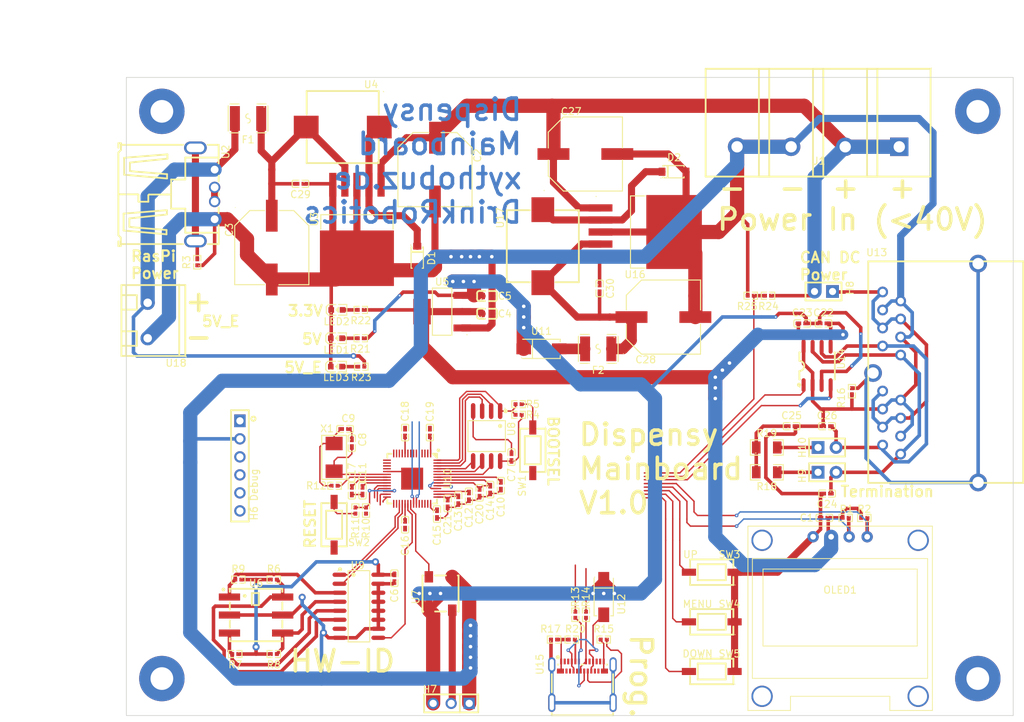
<source format=kicad_pcb>
(kicad_pcb (version 20221018) (generator pcbnew)
  (title_block (title "Dispensy Mainboard") (date "2024-02-02") (rev "0") (company "DrinkRobotics") (comment 1 "https://git.xythobuz.de/thomas/Dispensy") (comment 2 "Licensed under the CERN-OHL-S-2.0+") (comment 3 "PCB Thickness: 1mm") (comment 4 "Copyright (c) 2023 - 2024 Thomas Buck <thomas@xythobuz.de>"))
  (layers (0 "F.Cu" signal) (31 "B.Cu" signal) (34 "B.Paste" user) (35 "F.Paste" user) (36 "B.SilkS" user "B.Silkscreen") (37 "F.SilkS" user "F.Silkscreen") (38 "B.Mask" user) (39 "F.Mask" user) (44 "Edge.Cuts" user))
  (net 0 "")
  (net 1 "GND")
  (net 2 "+3.3V")
  (net 3 "+VDC")
  (net 4 "/EXT_PSU/Vout")
  (net 5 "+5V")
  (net 6 "Net-(U10-XIN)")
  (net 7 "Net-(X1-OSC2)")
  (net 8 "+1V1")
  (net 9 "Net-(U14-CANH)")
  (net 10 "Net-(C25-Pad1)")
  (net 11 "Net-(U14-CANL)")
  (net 12 "/PI/PI_PSU/Vout")
  (net 13 "Net-(U3-OUT)")
  (net 14 "Net-(U16-OUT)")
  (net 15 "/PI/ADC0")
  (net 16 "/PI/ADC1")
  (net 17 "/PI/ADC2")
  (net 18 "/PI/ADC3")
  (net 19 "/PI/IO0")
  (net 20 "/PI/IO1")
  (net 21 "/PI/IO2")
  (net 22 "/PI/IO3")
  (net 23 "/PI/IO4")
  (net 24 "/PI/IO5")
  (net 25 "/PI/IO6")
  (net 26 "/PI/IO7")
  (net 27 "/PI/IO8")
  (net 28 "/PI/IO9")
  (net 29 "/PI/IO10")
  (net 30 "/PI/IO11")
  (net 31 "/PI/IO12")
  (net 32 "/PI/IO13")
  (net 33 "/PI/IO14")
  (net 34 "/PI/IO15")
  (net 35 "/PI/Debug_Clock")
  (net 36 "/PI/Debug_Data")
  (net 37 "/PI/Debug_Tx")
  (net 38 "/PI/Debug_Rx")
  (net 39 "Net-(U7-DO)")
  (net 40 "Net-(H8-Pad1)")
  (net 41 "Net-(H9-Pad1)")
  (net 42 "Net-(H10-Pad1)")
  (net 43 "/PI/I2C_SCL")
  (net 44 "/PI/I2C_SDA")
  (net 45 "Net-(U2-SH1)")
  (net 46 "/PI/SPI_FLASH.SS")
  (net 47 "Net-(R5-Pad1)")
  (net 48 "Net-(U9-D7)")
  (net 49 "Net-(U9-D6)")
  (net 50 "Net-(U9-D5)")
  (net 51 "Net-(U9-D4)")
  (net 52 "Net-(U10-RUN)")
  (net 53 "Net-(R11-Pad2)")
  (net 54 "Net-(U10-XOUT)")
  (net 55 "/PI/USBC.DP")
  (net 56 "Net-(U10-USB_DP)")
  (net 57 "/PI/USBC.DM")
  (net 58 "Net-(U10-USB_DM)")
  (net 59 "Net-(U15-CC2)")
  (net 60 "Net-(R16-Pad1)")
  (net 61 "/PI/USBC.SHIELD")
  (net 62 "Net-(U15-CC1)")
  (net 63 "Net-(U2-D+)")
  (net 64 "/PI/LED_Din")
  (net 65 "/PI/SPI_FLASH.SD1")
  (net 66 "/PI/SPI_FLASH.SD2")
  (net 67 "/PI/SPI_FLASH.SD0")
  (net 68 "/PI/SPI_FLASH.SCLK")
  (net 69 "/PI/SPI_FLASH.SD3")
  (net 70 "/PI/SR_Load")
  (net 71 "/PI/SR_Clock")
  (net 73 "/PI/SR_Data")
  (net 74 "Net-(U10-GPIO24)")
  (net 75 "Net-(U10-GPIO25)")
  (net 76 "/PI/USBC.VBUS")
  (net 87 "Net-(U2-VCC)")
  (net 88 "Net-(U11-A)")
  (net 89 "Net-(LED1-+)")
  (net 90 "Net-(LED2-+)")
  (net 91 "Net-(LED3-+)")
  (footprint "jlc_footprints:HDR-TH_3P-P2.54-V-F" (layer "F.Cu") (at 139.275082 136 180)
    (fp_text reference "H7")
    (fp_text value "WS2812")
  )
  (footprint "jlc_footprints:C0402" (layer "F.Cu") (at 140.275082 107.34763 -90)
    (fp_text reference "C13")
    (fp_text value "1uF")
  )
  (footprint "jlc_footprints:LED0603-RD" (layer "F.Cu") (at 123.101981 88.506858)
    (fp_text reference "LED3")
    (fp_text value "FC-D1608HGK-572C")
  )
  (footprint "jlc_footprints:SW-SMD_L6.1-W3.6-LS6.6" (layer "F.Cu") (at 176 124.5 180)
    (fp_text reference "SW4")
    (fp_text value "MENU")
  )
  (footprint "jlc_footprints:R1206" (layer "F.Cu") (at 183.754966 99.907765)
    (fp_text reference "R19")
    (fp_text value "60R4")
  )
  (footprint "jlc_footprints:TO-263-5_L10.6-W9.6-P1.70-LS15.9-BR" (layer "F.Cu") (at 125.990456 68.034258 90)
    (fp_text reference "U3")
    (fp_text value "LM2576S-5_0_TR")
  )
  (footprint "jlc_footprints:R0402" (layer "F.Cu") (at 127.275082 108.802545 -90)
    (fp_text reference "R10")
    (fp_text value "10K")
  )
  (footprint "jlc_footprints:CAP-SMD_BD10.0-L10.3-W10.3-FD" (layer "F.Cu") (at 158.190482 58.51762)
    (fp_text reference "C27")
    (fp_text value "100uF")
  )
  (footprint "jlc_footprints:CONN-TH_4P-P7.62_L15.2-W31.7-EX4.2" (layer "F.Cu") (at 191 57.5 180)
    (fp_text reference "U1")
    (fp_text value "DBT50G-7_62-4P")
  )
  (footprint "jlc_footprints:R0402" (layer "F.Cu") (at 158.275082 123.5 -90)
    (fp_text reference "R14")
    (fp_text value "27R4")
  )
  (footprint "jlc_footprints:RJ45-TH_DS1129-05-S80BP-X" (layer "F.Cu") (at 206.140469 89.407765 90)
    (fp_text reference "U13")
    (fp_text value "CAN_IO")
  )
  (footprint "jlc_footprints:SOD-123_L2.8-W1.8-LS3.7-RD" (layer "F.Cu") (at 170.690482 61.01762)
    (fp_text reference "D2")
    (fp_text value "MBR340F")
  )
  (footprint "jlc_footprints:C0402" (layer "F.Cu") (at 188.754966 82.407765 180)
    (fp_text reference "C23")
    (fp_text value "47nF")
  )
  (footprint "jlc_footprints:SW-SMD_L6.1-W3.6-LS6.6" (layer "F.Cu") (at 176 117.5 180)
    (fp_text reference "SW3")
    (fp_text value "UP")
  )
  (footprint "jlc_footprints:F1812" (layer "F.Cu") (at 110.646558 53.5 180)
    (fp_text reference "F1")
    (fp_text value "ASMD1812-350-16V")
  )
  (footprint "jlc_footprints:C0402" (layer "F.Cu") (at 126.775082 106 -90)
    (fp_text reference "C11")
    (fp_text value "100nF")
  )
  (footprint "jlc_footprints:CAP-SMD_BD10.0-L10.3-W10.3-FD" (layer "F.Cu") (at 136.990456 60.717646 -90)
    (fp_text reference "C2")
    (fp_text value "100uF")
  )
  (footprint "jlc_footprints:R0402" (layer "F.Cu") (at 114.275082 118.53813)
    (fp_text reference "R6")
    (fp_text value "10K")
  )
  (footprint "jlc_footprints:C0402" (layer "F.Cu") (at 191.874904 109.82738 180)
    (fp_text reference "C1")
    (fp_text value "100nF")
  )
  (footprint "jlc_footprints:R0402" (layer "F.Cu") (at 156.775082 123.5 -90)
    (fp_text reference "R13")
    (fp_text value "27R4")
  )
  (footprint "jlc_footprints:C0402" (layer "F.Cu") (at 138.775082 107.802545 -90)
    (fp_text reference "C21")
    (fp_text value "100nF")
  )
  (footprint "jlc_footprints:C0402" (layer "F.Cu") (at 192.254966 96.907765)
    (fp_text reference "C26")
    (fp_text value "100pF")
  )
  (footprint "jlc_footprints:HDR-TH_6P-P2.54-V-F" (layer "F.Cu") (at 109.5 102.5 -90)
    (fp_text reference "H6")
    (fp_text value "Debug")
  )
  (footprint "jlc_footprints:C0402" (layer "F.Cu") (at 132.775082 110.802545 -90)
    (fp_text reference "C16")
    (fp_text value "100nF")
  )
  (footprint "jlc_footprints:R0402" (layer "F.Cu") (at 126.601981 88.506858 180)
    (fp_text reference "R23")
    (fp_text value "1K")
  )
  (footprint "jlc_footprints:SOT-223-4_L6.5-W3.5-P2.30-LS7.0-BR" (layer "F.Cu") (at 138 80.75)
    (fp_text reference "U5")
    (fp_text value "AMS1117-3_3_C347222")
  )
  (footprint "jlc_footprints:SOIC-8_L5.0-W4.0-P1.27-LS6.0-BL" (layer "F.Cu") (at 190.849962 88.407765)
    (fp_text reference "U14")
    (fp_text value "TJA1042T_3_1J")
  )
  (footprint "jlc_footprints:CONN-TH_XY300V-A-5.0-2P" (layer "F.Cu") (at 96.5 82 90)
    (fp_text reference "U18")
    (fp_text value "XY300V-A-5_0-2P")
  )
  (footprint "jlc_footprints:LED-SMD_4P-L5.0-W5.0-LS5.4-TL-1" (layer "F.Cu") (at 137.775082 120.5 90)
    (fp_text reference "U7")
    (fp_text value "WS2812E-V5")
  )
  (footprint "MountingHole:MountingHole_3.2mm_M3_Pad_TopBottom" (layer "F.Cu") (at 213.5 52.5)
    (fp_text reference "H12" hide)
    (fp_text value "MountingHole" hide)
  )
  (footprint "jlc_footprints:R0402" (layer "F.Cu") (at 103.490456 73.784829 90)
    (fp_text reference "R3")
    (fp_text value "1M")
  )
  (footprint "jlc_footprints:LED0603-RD" (layer "F.Cu") (at 123.169164 80.503429)
    (fp_text reference "LED2")
    (fp_text value "FC-D1608HGK-572C")
  )
  (footprint "jlc_footprints:C0402" (layer "F.Cu") (at 147.775082 101.25746 90)
    (fp_text reference "C7")
    (fp_text value "100nF")
  )
  (footprint "jlc_footprints:C0402" (layer "F.Cu") (at 124.320167 97.302545 180)
    (fp_text reference "C9")
    (fp_text value "27p")
  )
  (footprint "jlc_footprints:HDR-TH_2P-P2.54-V-M-1" (layer "F.Cu") (at 191.754966 77.907765 180)
    (fp_text reference "H8")
    (fp_text value "PWR")
  )
  (footprint "jlc_footprints:R0402" (layer "F.Cu") (at 194.874904 109.82738 180)
    (fp_text reference "R1")
    (fp_text value "10K")
  )
  (footprint "jlc_footprints:R0402" (layer "F.Cu") (at 156.275082 127 180)
    (fp_text reference "R20")
    (fp_text value "5K1")
  )
  (footprint "jlc_footprints:C0402" (layer "F.Cu") (at 132.775082 97.802545 90)
    (fp_text reference "C18")
    (fp_text value "100nF")
  )
  (footprint "jlc_footprints:USB-C-SMD_TYPE-C-USB-18" (layer "F.Cu") (at 157.775082 133)
    (fp_text reference "U15")
    (fp_text value "USB-C")
  )
  (footprint "jlc_footprints:C0402" (layer "F.Cu") (at 141.775082 106.802545 -90)
    (fp_text reference "C12")
    (fp_text value "1uF")
  )
  (footprint "jlc_footprints:OSC-SMD_2P-L5.0-W3.2" (layer "F.Cu") (at 122.775082 101.302545 90)
    (fp_text reference "X1")
    (fp_text value "12MHz")
  )
  (footprint "jlc_footprints:SW-SMD_L6.1-W3.6-LS6.6" (layer "F.Cu") (at 150.775082 100.302545 -90)
    (fp_text reference "SW1")
    (fp_text value "BOOTSEL")
  )
  (footprint "MountingHole:MountingHole_3.2mm_M3_Pad_TopBottom" (layer "F.Cu") (at 98.5 52.5)
    (fp_text reference "H11" hide)
    (fp_text value "MountingHole" hide)
  )
  (footprint "jlc_footprints:TO-263-5_L10.6-W9.6-P1.70-LS15.9-BR" (layer "F.Cu") (at 165.507094 69.51762 180)
    (fp_text reference "U16")
    (fp_text value "LM2576S-5_0_TR")
  )
  (footprint "jlc_footprints:R0402" (layer "F.Cu") (at 183.932817 78.5 180)
    (fp_text reference "R24")
    (fp_text value "147K")
  )
  (footprint "jlc_footprints:R0402" (layer "F.Cu") (at 125.775082 108.802545 -90)
    (fp_text reference "R11")
    (fp_text value "1K")
  )
  (footprint "jlc_footprints:R0402" (layer "F.Cu") (at 122.842265 105.302545)
    (fp_text reference "R12")
    (fp_text value "1K")
  )
  (footprint "jlc_footprints:SW-SMD_L6.1-W3.6-LS6.6" (layer "F.Cu") (at 122.775082 110.802545 -90)
    (fp_text reference "SW2")
    (fp_text value "RESET")
  )
  (footprint "jlc_footprints:R0402" (layer "F.Cu") (at 153.775082 127)
    (fp_text reference "R17")
    (fp_text value "1M")
  )
  (footprint "jlc_footprints:R0402" (layer "F.Cu") (at 148.775082 95.302545 180)
    (fp_text reference "R4")
    (fp_text value "10K")
  )
  (footprint "jlc_footprints:R0402" (layer "F.Cu") (at 160.775082 127 180)
    (fp_text reference "R15")
    (fp_text value "5K1")
  )
  (footprint "jlc_footprints:C0402" (layer "F.Cu") (at 143.275082 106.302545 -90)
    (fp_text reference "C20")
    (fp_text value "100nF")
  )
  (footprint "jlc_footprints:SOIC-8_L5.3-W5.3-P1.27-LS8.0-BL" (layer "F.Cu") (at 144.275082 98.302545 180)
    (fp_text reference "U8")
    (fp_text value "W25Q128JVSIQ")
  )
  (footprint "jlc_footprints:C0402" (layer "F.Cu") (at 192.254966 106.407765 180)
    (fp_text reference "C24")
    (fp_text value "100pF")
  )
  (footprint "jlc_footprints:R0402" (layer "F.Cu") (at 126.534798 80.503429 180)
    (fp_text reference "R22")
    (fp_text value "1K")
  )
  (footprint "jlc_footprints:LED0603-RD" (layer "F.Cu") (at 123.101981 84.503429)
    (fp_text reference "LED1")
    (fp_text value "FC-D1608HGK-572C")
  )
  (footprint "jlc_footprints:SMA_L4.4-W2.8-LS5.4-R-RD" (layer "F.Cu") (at 152 86)
    (fp_text reference "U11")
    (fp_text value "SS54_C22452")
  )
  (footprint "jlc_footprints:F1812" (layer "F.Cu") (at 160 86 180)
    (fp_text reference "F2")
    (fp_text value "ASMD1812-350-16V")
  )
  (footprint "MountingHole:MountingHole_3.2mm_M3_Pad_TopBottom" (layer "F.Cu") (at 213.5 132.5)
    (fp_text reference "H14" hide)
    (fp_text value "MountingHole" hide)
  )
  (footprint "jlc_footprints:CAP-SMD_BD10.0-L10.3-W10.3-LS11.3-FD" (layer "F.Cu") (at 113.990456 71.717646 -90)
    (fp_text reference "C3")
    (fp_text value "1000uF")
  )
  (footprint "jlc_footprints:CAP-SMD_BD10.0-L10.3-W10.3-LS11.3-FD" (layer "F.Cu") (at 169.190482 81.51762)
    (fp_text reference "C28")
    (fp_text value "1000uF")
  )
  (footprint "jlc_footprints:C0402" (layer "F.Cu") (at 146.275082 105.302545 -90)
    (fp_text reference "C10")
    (fp_text value "100nF")
  )
  (footprint "jlc_footprints:C0603" (layer "F.Cu") (at 144.3349 78.549975)
    (fp_text reference "C5")
    (fp_text value "10uF")
  )
  (footprint "jlc_footprints:C0402" (layer "F.Cu") (at 136.275082 97.802545 90)
    (fp_text reference "C19")
    (fp_text value "100nF")
  )
  (footprint "jlc_footprints:R0402" (layer "F.Cu") (at 181.5 78.5 180)
    (fp_text reference "R25")
    (fp_text value "10K")
  )
  (footprint "jlc_footprints:C0402" (layer "F.Cu") (at 137.275082 109.302545 -90)
    (fp_text reference "C15")
    (fp_text value "100nF")
  )
  (footprint "jlc_footprints:R0402" (layer "F.Cu") (at 195.754966 91.974948 -90)
    (fp_text reference "R16")
    (fp_text value "1M")
  )
  (footprint "jlc_footprints:SMA_L4.4-W2.8-LS5.4-R-RD" (layer "F.Cu") (at 160.775082 121 -90)
    (fp_text reference "U12")
    (fp_text value "SS54_C22452")
  )
  (footprint "jlc_footprints:R0402" (layer "F.Cu") (at 148.775082 93.802545 180)
    (fp_text reference "R5")
    (fp_text value "1K")
  )
  (footprint "jlc_footprints:SW-SMD_SM_SKCR-16S" (layer "F.Cu") (at 111.775082 123.53813 90)
    (fp_text reference "U6")
    (fp_text value "SKCR-16S")
  )
  (footprint "jlc_footprints:C0603" (layer "F.Cu") (at 144.3349 81.049975)
    (fp_text reference "C4")
    (fp_text value "10uF")
  )
  (footprint "jlc_footprints:C0402" (layer "F.Cu") (at 187.254966 96.907765)
    (fp_text reference "C25")
    (fp_text value "4.7nF")
  )
  (footprint "jlc_footprints:C0402" (layer "F.Cu") (at 144.775082 105.84763 -90)
    (fp_text reference "C14")
    (fp_text value "100nF")
  )
  (footprint "jlc_footprints:R1206" (layer "F.Cu") (at 183.754966 103.407765 180)
    (fp_text reference "R18")
    (fp_text value "60R4")
  )
  (footprint "jlc_footprints:USB-A-TH_USB-302-T" (layer "F.Cu") (at 104.581769 64.217646 -90)
    (fp_text reference "U2")
    (fp_text value "USB-A")
  )
  (footprint "jlc_footprints:C0402" (layer "F.Cu") (at 131.275082 118.34763 90)
    (fp_text reference "C6")
    (fp_text value "100nF")
  )
  (footprint "jlc_footprints:SOIC-16_L9.9-W3.9-P1.27-LS6.0-BL" (layer "F.Cu") (at 126.275082 122.302545 -90)
    (fp_text reference "U9")
    (fp_text value "74HC165D,653")
  )
  (footprint "jlc_footprints:R0402" (layer "F.Cu") (at 197.5 109.845 180)
    (fp_text reference "R2")
    (fp_text value "10K")
  )
  (footprint "MountingHole:MountingHole_3.2mm_M3_Pad_TopBottom" (layer "F.Cu") (at 98.5 132.5)
    (fp_text reference "H13" hide)
    (fp_text value "MountingHole" hide)
  )
  (footprint "jlc_footprints:SOD-123_L2.8-W1.8-LS3.7-RD" (layer "F.Cu") (at 134.490456 73.217646 -90)
    (fp_text reference "D1")
    (fp_text value "MBR340F")
  )
  (footprint "jlc_footprints:SW-SMD_L6.1-W3.6-LS6.6" (layer "F.Cu") (at 176 131.5 180)
    (fp_text reference "SW5")
    (fp_text value "DOWN")
  )
  (footprint "jlc_footprints:IND-SMD_L11.5-W10.0_YSPI1050" (layer "F.Cu") (at 152.190482 71.51762 -90)
    (fp_text reference "U17")
    (fp_text value "100uH")
  )
  (footprint "jlc_footprints:LQFN-56_L7.0-W7.0-P0.4-EP" (layer "F.Cu") (at 133.774955 104.302545 -90)
    (fp_text reference "U10")
    (fp_text value "RP2040")
  )
  (footprint "jlc_footprints:IND-SMD_L11.5-W10.0_YSPI1050" (layer "F.Cu") (at 123.990456 54.717646 180)
    (fp_text reference "U4")
    (fp_text value "100uH")
  )
  (footprint "jlc_footprints:R0402" (layer "F.Cu") (at 114.275082 129.03813)
    (fp_text reference "R8")
    (fp_text value "10K")
  )
  (footprint "jlc_footprints:R0402" (layer "F.Cu") (at 126.534798 84.503429 180)
    (fp_text reference "R21")
    (fp_text value "1K")
  )
  (footprint "jlc_footprints:C0402" (layer "F.Cu") (at 125.275082 99.302545 -90)
    (fp_text reference "C8")
    (fp_text value "27p")
  )
  (footprint "jlc_footprints:C0402" (layer "F.Cu") (at 118.035541 62.717646 180)
    (fp_text reference "C29")
    (fp_text value "100nF")
  )
  (footprint "jlc_footprints:R0402" (layer "F.Cu") (at 109.275082 118.53813 180)
    (fp_text reference "R9")
    (fp_text value "10K")
  )
  (footprint "extern:SSD1306_0.96_Oled" (layer "F.Cu") (at 181.095 137)
    (fp_text reference "OLED1")
    (fp_text value "SSD1306")
  )
  (footprint "jlc_footprints:C0402" (layer "F.Cu") (at 191.754966 82.407765)
    (fp_text reference "C22")
    (fp_text value "100nF")
  )
  (footprint "jlc_footprints:C0402" (layer "F.Cu") (at 125.275082 106 -90)
    (fp_text reference "C17")
    (fp_text value "100nF")
  )
  (footprint "jlc_footprints:HDR-TH_2P-P2.54-V-M-1" (layer "F.Cu") (at 192.254966 99.907765)
    (fp_text reference "H10")
    (fp_text value "T_CL")
  )
  (footprint "jlc_footprints:R0402" (layer "F.Cu") (at 108.842265 129.03813 180)
    (fp_text reference "R7")
    (fp_text value "10K")
  )
  (footprint "jlc_footprints:HDR-TH_2P-P2.54-V-M-1" (layer "F.Cu") (at 192.254966 103.407765)
    (fp_text reference "H9")
    (fp_text value "T_CH")
  )
  (footprint "jlc_footprints:C0402" (layer "F.Cu") (at 160.190482 77.472535 -90)
    (fp_text reference "C30")
    (fp_text value "100nF")
  )
  (gr_rect (start 93.490456 47.717646) (end 218.490456 137.717646) (stroke (width 0.1)) (fill none) (layer "Edge.Cuts"))
  (gr_text "Dispensy\nMainboard\nxythobuz.de\nDrinkRobotics" (at 149.5 68.5) (layer "B.Cu") (effects (font (size 3 3) (thickness 0.5) bold) (justify left bottom mirror)))
  (gr_text "BOOTSEL" (at 152.775082 95.302545 -90) (layer "F.SilkS") (effects (font (size 1.5 1.5) (thickness 0.3) bold) (justify left bottom)))
  (gr_text "Power In (<40V)" (at 176.5 69.5) (layer "F.SilkS") (effects (font (size 3 3) (thickness 0.5) bold) (justify left bottom)))
  (gr_text "-" (at 176.689992 65) (layer "F.SilkS") (effects (font (size 3 3) (thickness 0.5) bold) (justify left bottom)))
  (gr_text "Termination" (at 194 107) (layer "F.SilkS") (effects (font (size 1.5 1.5) (thickness 0.3) bold) (justify left bottom)))
  (gr_text "+" (at 192.689992 65) (layer "F.SilkS") (effects (font (size 3 3) (thickness 0.5) bold) (justify left bottom)))
  (gr_text "Dispensy\nMainboard\nV1.0" (at 157 109.5) (layer "F.SilkS") (effects (font (size 3 3) (thickness 0.5) bold) (justify left bottom)))
  (gr_text "RasPi\nPower" (at 93.990456 76.217646) (layer "F.SilkS") (effects (font (size 1.5 1.5) (thickness 0.3) bold) (justify left bottom)))
  (gr_text "-" (at 101.5 86) (layer "F.SilkS") (effects (font (size 3 3) (thickness 0.5) bold) (justify left bottom)))
  (gr_text "HW-ID" (at 116.275082 131.802545) (layer "F.SilkS") (effects (font (size 3 3) (thickness 0.5) bold) (justify left bottom)))
  (gr_text "Prog." (at 164.275082 126 -90) (layer "F.SilkS") (effects (font (size 3 3) (thickness 0.5) bold) (justify left bottom)))
  (gr_text "+" (at 200.689992 65) (layer "F.SilkS") (effects (font (size 3 3) (thickness 0.5) bold) (justify left bottom)))
  (gr_text "RESET" (at 120.275082 114.302545 90) (layer "F.SilkS") (effects (font (size 1.5 1.5) (thickness 0.3) bold) (justify left bottom)))
  (gr_text "5V_E" (at 104 83) (layer "F.SilkS") (effects (font (size 1.5 1.5) (thickness 0.3) bold) (justify left bottom)))
  (gr_text "CAN DC\nPower" (at 188.254966 76.407765) (layer "F.SilkS") (effects (font (size 1.5 1.5) (thickness 0.3) bold) (justify left bottom)))
  (gr_text "3.3V" (at 116.101981 81.503429) (layer "F.SilkS") (effects (font (size 1.5 1.5) (thickness 0.3) bold) (justify left bottom)))
  (gr_text "5V" (at 118.101981 85.503429) (layer "F.SilkS") (effects (font (size 1.5 1.5) (thickness 0.3) bold) (justify left bottom)))
  (gr_text "+" (at 101.5 81) (layer "F.SilkS") (effects (font (size 3 3) (thickness 0.5) bold) (justify left bottom)))
  (gr_text "5V_E" (at 115.601981 89.503429) (layer "F.SilkS") (effects (font (size 1.5 1.5) (thickness 0.3) bold) (justify left bottom)))
  (gr_text "-" (at 185.189992 65) (layer "F.SilkS") (effects (font (size 3 3) (thickness 0.5) bold) (justify left bottom)))
  (segment (start 134.490456 74.910051) (end 127.682861 74.910051) (width 2) (layer "F.Cu") (net 1))
  (segment (start 139.820167 108.34763) (end 140.275082 107.892715) (width 0.2) (layer "F.Cu") (net 1))
  (segment (start 107.717773 67.717773) (end 110.5 70.5) (width 2) (layer "F.Cu") (net 1))
  (segment (start 129.010667 122.937546) (end 129.010667 121.667544) (width 0.5) (layer "F.Cu") (net 1))
  (segment (start 145.034925 78.549975) (end 145.034925 73.034925) (width 1) (layer "F.Cu") (net 1))
  (segment (start 143.275082 106.84763) (end 144.320167 106.84763) (width 0.2) (layer "F.Cu") (net 1))
  (segment (start 125.990456 62.85087) (end 125.990456 73.217646) (width 1) (layer "F.Cu") (net 1))
  (segment (start 154.207899 127) (end 154.775082 127) (width 0.5) (layer "F.Cu") (net 1))
  (segment (start 160.775082 127.570002) (end 160.342265 127.137185) (width 0.2) (layer "F.Cu") (net 1))
  (segment (start 191.709881 96.907765) (end 191.709881 94.532733) (width 0.5) (layer "F.Cu") (net 1))
  (segment (start 136.990456 74.509544) (end 136.589949 74.910051) (width 2) (layer "F.Cu") (net 1))
  (segment (start 118.275082 121.03813) (end 118.275082 122.03813) (width 0.5) (layer "F.Cu") (net 1))
  (segment (start 172.382887 67.825215) (end 170.690482 69.51762) (width 1) (layer "F.Cu") (net 1))
  (segment (start 181.067183 68.427229) (end 179.569977 66.930023) (width 0.5) (layer "F.Cu") (net 1))
  (segment (start 105.936735 67.717773) (end 107.717773 67.717773) (width 2) (layer "F.Cu") (net 1))
  (segment (start 110.5 72.727063) (end 113.990456 76.217519) (width 2) (layer "F.Cu") (net 1))
  (segment (start 147.275082 98.802545) (end 147.775082 99.302545) (width 0.2) (layer "F.Cu") (net 1))
  (segment (start 142.775082 107.34763) (end 143.275082 106.84763) (width 0.2) (layer "F.Cu") (net 1))
  (segment (start 187.625096 98.01762) (end 187.800051 97.842665) (width 0.5) (layer "F.Cu") (net 1))
  (segment (start 184.125096 98.01762) (end 187.625096 98.01762) (width 0.5) (layer "F.Cu") (net 1))
  (segment (start 179.569977 66.930023) (end 176.98238 69.51762) (width 2) (layer "F.Cu") (net 1))
  (segment (start 136.990456 73.009544) (end 136.990456 65.217519) (width 1) (layer "F.Cu") (net 1))
  (segment (start 142.775082 98.802545) (end 147.275082 98.802545) (width 0.2) (layer "F.Cu") (net 1))
  (segment (start 136.589949 74.910051) (end 134.490456 74.910051) (width 2) (layer "F.Cu") (net 1))
  (segment (start 202.625458 93.217646) (end 204.754966 91.088138) (width 0.5) (layer "F.Cu") (net 1))
  (segment (start 122.990583 76.217519) (end 125.990456 73.217646) (width 1) (layer "F.Cu") (net 1))
  (segment (start 124.865252 97.302545) (end 125.275082 97.712375) (width 0.2) (layer "F.Cu") (net 1))
  (segment (start 190.214961 93.36776) (end 191.334849 94.487648) (width 0.5) (layer "F.Cu") (net 1))
  (segment (start 142 129.5) (end 141.815087 129.315087) (width 2) (layer "F.Cu") (net 1))
  (segment (start 142 131) (end 141.815087 130.815087) (width 2) (layer "F.Cu") (net 1))
  (segment (start 167.290431 72.917671) (end 170.690482 69.51762) (width 1) (layer "F.Cu") (net 1))
  (segment (start 129.010667 124.207549) (end 129.010667 122.937546) (width 0.5) (layer "F.Cu") (net 1))
  (segment (start 154.775082 130.090043) (end 154.775082 131.33998) (width 0.2) (layer "F.Cu") (net 1))
  (segment (start 183.625096 98.51762) (end 184.125096 98.01762) (width 0.5) (layer "F.Cu") (net 1))
  (segment (start 160.775082 131.33998) (end 160.875158 131.440056) (width 0.2) (layer "F.Cu") (net 1))
  (segment (start 172.382887 61.01762) (end 172.382887 67.825215) (width 1) (layer "F.Cu") (net 1))
  (segment (start 160.342265 127.137185) (end 160.342265 127) (width 0.2) (layer "F.Cu") (net 1))
  (segment (start 141.815087 128.184913) (end 142 128) (width 2) (layer "F.Cu") (net 1))
  (segment (start 122.302514 84.506858) (end 122.302514 88.510287) (width 0.5) (layer "F.Cu") (net 1))
  (segment (start 185.87949 106.407765) (end 183.625096 104.153371) (width 0.5) (layer "F.Cu") (net 1))
  (segment (start 103.490456 74.217646) (end 104.260458 74.217646) (width 0.5) (layer "F.Cu") (net 1))
  (segment (start 145.034925 73.034925) (end 145 73) (width 1) (layer "F.Cu") (net 1))
  (segment (start 131.040258 119.127539) (end 131.275082 118.892715) (width 0.5) (layer "F.Cu") (net 1))
  (segment (start 181.067183 78.5) (end 181.067183 68.427229) (width 0.5) (layer "F.Cu") (net 1))
  (segment (start 136.990456 73.009544) (end 139.240456 73.009544) (width 2) (layer "F.Cu") (net 1))
  (segment (start 145.729997 106.392715) (end 146.275082 105.84763) (width 0.2) (layer "F.Cu") (net 1))
  (segment (start 142 126.5) (end 141.815087 126.315087) (width 2) (layer "F.Cu") (net 1))
  (segment (start 137.275082 109.84763) (end 138.229997 109.84763) (width 0.2) (layer "F.Cu") (net 1))
  (segment (start 144.320167 106.84763) (end 144.775082 106.392715) (width 0.2) (layer "F.Cu") (net 1))
  (segment (start 145.034925 78.549975) (end 145.034925 81.049975) (width 1) (layer "F.Cu") (net 1))
  (segment (start 154.775082 127) (end 155.842265 127) (width 0.5) (layer "F.Cu") (net 1))
  (segment (start 138.775082 108.34763) (end 139.820167 108.34763) (width 0.2) (layer "F.Cu") (net 1))
  (segment (start 127.682861 74.910051) (end 125.990456 73.217646) (width 1) (layer "F.Cu") (net 1))
  (segment (start 195.754966 92.407765) (end 195.754966 94.487648) (width 0.5) (layer "F.Cu") (net 1))
  (segment (start 141.815087 130.815087) (end 141.815087 129.684913) (width 2) (layer "F.Cu") (net 1))
  (segment (start 138.775082 109.302545) (end 138.775082 108.34763) (width 0.2) (layer "F.Cu") (net 1))
  (segment (start 162.690355 58.51762) (end 169.882887 58.51762) (width 1) (layer "F.Cu") (net 1))
  (segment (start 130.224917 103.302545) (end 132.775082 103.302545) (width 0.2) (layer "F.Cu") (net 1))
  (segment (start 129.010667 125.477551) (end 129.010667 124.207549) (width 0.5) (layer "F.Cu") (net 1))
  (segment (start 125.890652 126.747554) (end 123.539497 126.747554) (width 0.5) (layer "F.Cu") (net 1))
  (segment (start 110.5 70.5) (end 110.5 72.727063) (width 2) (layer "F.Cu") (net 1))
  (segment (start 154.775082 130.090043) (end 154.775082 127) (width 0.2) (layer "F.Cu") (net 1))
  (segment (start 191.329819 109.82738) (end 191.329819 106.787827) (width 0.5) (layer "F.Cu") (net 1))
  (segment (start 145.034925 82.499975) (end 145.034925 81.049975) (width 1) (layer "F.Cu") (net 1))
  (segment (start 138.229997 109.84763) (end 138.775082 109.302545) (width 0.2) (layer "F.Cu") (net 1))
  (segment (start 187.189992 57.5) (end 179.569977 57.5) (width 2) (layer "F.Cu") (net 1))
  (segment (start 160.323706 69.51762) (end 170.690482 69.51762) (width 1) (layer "F.Cu") (net 1))
  (segment (start 142 128) (end 141.815087 127.815087) (width 2) (layer "F.Cu") (net 1))
  (segment (start 188.944958 84.097757) (end 188.209881 83.36268) (width 0.5) (layer "F.Cu") (net 1))
  (segment (start 118.275082 122.03813) (end 116.775082 123.53813) (width 0.5) (layer "F.Cu") (net 1))
  (segment (start 122.590405 62.85087) (end 122.590405 69.817595) (width 1) (layer "F.Cu") (net 1))
  (segment (start 142.370078 98.397541) (end 142.775082 98.802545) (width 0.2) (layer "F.Cu") (net 1))
  (segment (start 173.690355 72.517493) (end 170.690482 69.51762) (width 1) (layer "F.Cu") (net 1))
  (segment (start 190.214961 89.36776) (end 188.944958 88.097757) (width 0.5) (layer "F.Cu") (net 1))
  (segment (start 187.800051 97.842665) (end 187.800051 96.907765) (width 0.5) (layer "F.Cu") (net 1))
  (segment (start 104.260458 74.217646) (end 105.936735 72.541369) (width 0.5) (layer "F.Cu") (net 1))
  (segment (start 147.775082 99.302545) (end 147.775082 100.712375) (width 0.2) (layer "F.Cu") (net 1))
  (segment (start 191.329819 109.82738) (end 191.329819 111.455181) (width 0.5) (layer "F.Cu") (net 1))
  (segment (start 141.815087 131.184913) (end 142 131) (width 2) (layer "F.Cu") (net 1))
  (segment (start 126.775082 106.545085) (end 125.275082 106.545085) (width 0.2) (layer "F.Cu") (net 1))
  (segment (start 136.990456 73.009544) (end 136.990456 74.509544) (width 2) (layer "F.Cu") (net 1))
  (segment (start 154.775082 131.33998) (end 154.675006 131.440056) (width 0.2) (layer "F.Cu") (net 1))
  (segment (start 160.775082 130.090043) (end 160.775082 131.33998) (width 0.2) (layer "F.Cu") (net 1))
  (segment (start 129.010667 125.477551) (end 127.160655 125.477551) (width 0.5) (layer "F.Cu") (net 1))
  (segment (start 183.625096 104.153371) (end 183.625096 98.51762) (width 0.5) (layer "F.Cu") (net 1))
  (segment (start 141.815087 125.184913) (end 142 125) (width 2) (layer "F.Cu") (net 1))
  (segment (start 185.285 117.5) (end 179.217424 117.5) (width 1) (layer "F.Cu") (net 1))
  (segment (start 141.815087 127.815087) (end 141.815087 126.684913) (width 2) (layer "F.Cu") (net 1))
  (segment (start 141.815087 126.684913) (end 142 126.5) (width 2) (layer "F.Cu") (net 1))
  (segment (start 160.775082 130.090043) (end 160.775082 127.570002) (width 0.2) (layer "F.Cu") (net 1))
  (segment (start 113.990456 76.217519) (end 122.990583 76.217519) (width 2) (layer "F.Cu") (net 1))
  (segment (start 141.815087 136) (end 141.815087 131.184913) (width 2) (layer "F.Cu") (net 1))
  (segment (start 129.010667 119.127539) (end 129.010667 120.397541) (width 0.5) (layer "F.Cu") (net 1))
  (segment (start 129.010667 119.127539) (end 131.040258 119.127539) (width 0.5) (layer "F.Cu") (net 1))
  (segment (start 204.754966 86.457136) (end 202.625458 84.327628) (width 0.5) (layer "F.Cu") (net 1))
  (segment (start 141.815087 129.684913) (end 142 129.5) (width 2) (layer "F.Cu") (net 1))
  (segment (start 141.775082 107.34763) (end 142.775082 107.34763) (width 0.2) (layer "F.Cu") (net 1))
  (segment (start 144.484925 83.049975) (end 145.034925 82.499975) (width 1) (layer "F.Cu") (net 1))
  (segment (start 176.98238 69.51762) (end 170.690482 69.51762) (width 2) (layer "F.Cu") (net 1))
  (segment (start 188.944958 88.097757) (end 188.944958 85.70266) (width 0.5) (layer "F.Cu") (net 1))
  (segment (start 191.709881 106.407765) (end 185.87949 106.407765) (width 0.5) (layer "F.Cu") (net 1))
  (segment (start 122.590405 69.817595) (end 125.990456 73.217646) (width 1) (layer "F.Cu") (net 1))
  (segment (start 121.984506 126.747554) (end 121.275082 126.03813) (width 0.5) (layer "F.Cu") (net 1))
  (segment (start 179.569977 57.5) (end 179.569977 66.930023) (width 2) (layer "F.Cu") (net 1))
  (segment (start 191.329819 111.455181) (end 190.285 112.5) (width 0.5) (layer "F.Cu") (net 1))
  (segment (start 173.690355 81.51762) (end 173.690355 78.5) (width 2) (layer "F.Cu") (net 1))
  (segment (start 141.815087 129.315087) (end 141.815087 128.184913) (width 2) (layer "F.Cu") (net 1))
  (segment (start 122.369697 80.506858) (end 122.369697 84.439675) (width 0.5) (layer "F.Cu") (net 1))
  (segment (start 191.754966 94.487648) (end 195.754966 94.487648) (width 0.5) (layer "F.Cu") (net 1))
  (segment (start 204.754966 91.088138) (end 204.754966 86.457136) (width 0.5) (layer "F.Cu") (net 1))
  (segment (start 179.217424 124.5) (end 179.217424 131.5) (width 1) (layer "F.Cu") (net 1))
  (segment (start 118.580626 62.717646) (end 122.457181 62.717646) (width 0.5) (layer "F.Cu") (net 1))
  (segment (start 142.370078 94.772446) (end 142.370078 98.397541) (width 0.2) (layer "F.Cu") (net 1))
  (segment (start 188.209881 82.407765) (end 188.209881 83.36268) (width 0.5) (layer "F.Cu") (net 1))
  (segment (start 116.775082 123.53813) (end 115.525146 123.53813) (width 0.5) (layer "F.Cu") (net 1))
  (segment (start 141.815087 120.539878) (end 139.425196 118.149987) (width 2) (layer "F.Cu") (net 1))
  (segment (start 160.190482 73.050895) (end 160.323706 72.917671) (width 0.5) (layer "F.Cu") (net 1))
  (segment (start 160.323706 72.917671) (end 167.290431 72.917671) (width 1) (layer "F.Cu") (net 1))
  (segment (start 188.944958 85.70266) (end 188.944958 84.097757) (width 0.5) (layer "F.Cu") (net 1))
  (segment (start 142 125) (end 141.815087 124.815087) (width 2) (layer "F.Cu") (net 1))
  (segment (start 132.775082 103.302545) (end 133.775082 104.302545) (width 0.2) (layer "F.Cu") (net 1))
  (segment (start 125.275082 97.712375) (end 125.275082 98.75746) (width 0.2) (layer "F.Cu") (net 1))
  (segment (start 122.369697 84.439675) (end 122.302514 84.506858) (width 0.5) (layer "F.Cu") (net 1))
  (segment (start 139.25 73) (end 145 73) (width 2) (layer "F.Cu") (net 1))
  (segment (start 173.690355 78.5) (end 173.690355 72.517493) (width 2) (layer "F.Cu") (net 1))
  (segment (start 108.025018 123.53813) (end 115.525146 123.53813) (width 0.5) (layer "F.Cu") (net 1))
  (segment (start 123.539497 126.747554) (end 121.984506 126.747554) (width 0.5) (layer "F.Cu") (net 1))
  (segment (start 122.369697 80.506858) (end 122.369697 76.838405) (width 0.5) (layer "F.Cu") (net 1))
  (segment (start 195.754966 94.487648) (end 200.085452 94.487648) (width 0.5) (layer "F.Cu") (net 1))
  (segment (start 191.329819 106.787827) (end 191.709881 106.407765) (width 0.5) (layer "F.Cu") (net 1))
  (segment (start 169.882887 58.51762) (end 172.382887 61.01762) (width 1) (layer "F.Cu") (net 1))
  (segment (start 191.334849 94.487648) (end 191.754966 94.487648) (width 0.5) (layer "F.Cu") (net 1))
  (segment (start 140.8349 83.049975) (end 144.484925 83.049975) (width 1) (layer "F.Cu") (net 1))
  (segment (start 139.240456 73.009544) (end 139.25 73) (width 1) (layer "F.Cu") (net 1))
  (segment (start 127.160655 125.477551) (end 125.890652 126.747554) (width 0.5) (layer "F.Cu") (net 1))
  (segment (start 179.217424 117.5) (end 179.217424 124.5) (width 1) (layer "F.Cu") (net 1))
  (segment (start 160.190482 76.92745) (end 160.190482 73.050895) (width 0.5) (layer "F.Cu") (net 1))
  (segment (start 191.709881 96.907765) (end 187.800051 96.907765) (width 0.5) (layer "F.Cu") (net 1))
  (segment (start 122.457181 62.717646) (end 122.590405 62.85087) (width 0.5) (layer "F.Cu") (net 1))
  (segment (start 122.369697 76.838405) (end 125.990456 73.217646) (width 0.5) (layer "F.Cu") (net 1))
  (segment (start 141.229997 107.892715) (end 141.775082 107.34763) (width 0.2) (layer "F.Cu") (net 1))
  (segment (start 144.775082 106.392715) (end 145.729997 106.392715) (width 0.2) (layer "F.Cu") (net 1))
  (segment (start 141.815087 126.315087) (end 141.815087 125.184913) (width 2) (layer "F.Cu") (net 1))
  (segment (start 190.214961 91.11287) (end 190.214961 89.36776) (width 0.5) (layer "F.Cu") (net 1))
  (segment (start 141.815087 124.815087) (end 141.815087 120.539878) (width 2) (layer "F.Cu") (net 1))
  (segment (start 190.214961 91.11287) (end 190.214961 93.36776) (width 0.5) (layer "F.Cu") (net 1))
  (segment (start 190.285 112.5) (end 185.285 117.5) (width 1) (layer "F.Cu") (net 1))
  (segment (start 105.936735 72.541369) (end 105.936735 67.717773) (width 0.5) (layer "F.Cu") (net 1))
  (segment (start 191.709881 94.532733) (end 191.754966 94.487648) (width 0.5) (layer "F.Cu") (net 1))
  (segment (start 129.010667 121.667544) (end 129.010667 120.397541) (width 0.5) (layer "F.Cu") (net 1))
  (segment (start 140.275082 107.892715) (end 141.229997 107.892715) (width 0.2) (layer "F.Cu") (net 1))
  (via (at 140.75 73) (size 1) (drill 0.5) (layers "F.Cu" "B.Cu") (net 1))
  (via (at 142 125) (size 1) (drill 0.5) (layers "F.Cu" "B.Cu") (net 1))
  (via (at 142 131) (size 1) (drill 0.5) (layers "F.Cu" "B.Cu") (net 1))
  (via (at 121.275082 126.03813) (size 1) (drill 0.5) (layers "F.Cu" "B.Cu") (net 1))
  (via (at 142 128) (size 1) (drill 0.5) (layers "F.Cu" "B.Cu") (net 1))
  (via (at 142 73) (size 1) (drill 0.5) (layers "F.Cu" "B.Cu") (net 1))
  (via (at 139.25 73) (size 1) (drill 0.5) (layers "F.Cu" "B.Cu") (net 1))
  (via (at 145 73) (size 1) (drill 0.5) (layers "F.Cu" "B.Cu") (net 1))
  (via (at 118.275082 121.03813) (size 1) (drill 0.5) (layers "F.Cu" "B.Cu") (net 1))
  (via (at 142 126.5) (size 1) (drill 0.5) (layers "F.Cu" "B.Cu") (net 1))
  (via (at 142 129.5) (size 1) (drill 0.5) (layers "F.Cu" "B.Cu") (net 1))
  (via (at 143.25 73) (size 1) (drill 0.5) (layers "F.Cu" "B.Cu") (net 1))
  (segment (start 135 75) (end 135 86) (width 2) (layer "B.Cu") (net 1))
  (segment (start 204.254966 94.847154) (end 202.625458 93.217646) (width 0.5) (layer "B.Cu") (net 1))
  (segment (start 145 73) (end 166.588087 73) (width 2) (layer "B.Cu") (net 1))
  (segment (start 141 132.5) (end 142 131.5) (width 2) (layer "B.Cu") (net 1))
  (segment (start 207.189992 65.5) (end 202.625458 70.064534) (width 1) (layer "B.Cu") (net 1))
  (segment (start 201.355454 93.217646) (end 200.085452 94.487648) (width 0.5) (layer "B.Cu") (net 1))
  (segment (start 121.275082 126.03813) (end 121 126.313212) (width 0.5) (layer "B.Cu") (net 1))
  (segment (start 101.282227 67.717773) (end 99.5 69.5) (width 2) (layer "B.Cu") (net 1))
  (segment (start 143.5 73) (end 145 73) (width 2) (layer "B.Cu") (net 1))
  (segment (start 142 131) (end 142 125) (width 2) (layer "B.Cu") (net 1))
  (segment (start 118.275082 122.03813) (end 118.275082 121.03813) (width 0.5) (layer "B.Cu") (net 1))
  (segment (start 204.254966 96.668148) (end 204.254966 94.847154) (width 0.5) (layer "B.Cu") (net 1))
  (segment (start 121.275082 125.03813) (end 118.275082 122.03813) (width 0.5) (layer "B.Cu") (net 1))
  (segment (start 202.625458 93.217646) (end 201.355454 93.217646) (width 0.5) (layer "B.Cu") (net 1))
  (segment (start 121 132.5) (end 141 132.5) (width 2) (layer "B.Cu") (net 1))
  (segment (start 187.189992 57.5) (end 179.569977 57.5) (width 2) (layer "B.Cu") (net 1))
  (segment (start 187.189992 57.5) (end 191.189992 53.5) (width 1) (layer "B.Cu") (net 1))
  (segment (start 179.569977 60.01811) (end 179.569977 57.5) (width 2) (layer "B.Cu") (net 1))
  (segment (start 109.5 98.689992) (end 102.810008 98.689992) (width 0.5) (layer "B.Cu") (net 1))
  (segment (start 142 131.5) (end 142 131) (width 2) (layer "B.Cu") (net 1))
  (segment (start 202.625458 84.327628) (end 203.835103 84.327628) (width 0.5) (layer "B.Cu") (net 1))
  (segment (start 99.5 81.5) (end 96.5 84.5) (width 2) (layer "B.Cu") (net 1))
  (segment (start 139.25 73) (end 137 73) (width 2) (layer "B.Cu") (net 1))
  (segment (start 201.355454 79.247618) (end 200.085452 80.51762) (width 0.5) (layer "B.Cu") (net 1))
  (segment (start 205.189992 53.5) (end 207.189992 55.5) (width 1) (layer "B.Cu") (net 1))
  (segment (start 121.275082 126.03813) (end 121.275082 125.03813) (width 0.5) (layer "B.Cu") (net 1))
  (segment (start 102.5 102) (end 102.5 126) (width 2) (layer "B.Cu") (net 1))
  (segment (start 102.5 126) (end 109 132.5) (width 2) (layer "B.Cu") (net 1))
  (segment (start 204.254966 80.877126) (end 202.625458 79.247618) (width 0.5) (layer "B.Cu") (net 1))
  (segment (start 203.835103 84.327628) (end 204.254966 83.907765) (width 0.5) (layer "B.Cu") (net 1))
  (segment (start 143 73) (end 143.5 73) (width 2) (layer "B.Cu") (net 1))
  (segment (start 137 73) (end 135 75) (width 2) (layer "B.Cu") (net 1))
  (segment (start 202.625458 70.064534) (end 202.625458 79.247618) (width 1) (layer "B.Cu") (net 1))
  (segment (start 130.5 90.5) (end 107 90.5) (width 2) (layer "B.Cu") (net 1))
  (segment (start 135 86) (end 130.5 90.5) (width 2) (layer "B.Cu") (net 1))
  (segment (start 121 126.313212) (end 121 132.5) (width 0.5) (layer "B.Cu") (net 1))
  (segment (start 102.810008 98.689992) (end 102.5 99) (width 0.5) (layer "B.Cu") (net 1))
  (segment (start 102.5 95) (end 102.5 99) (width 2) (layer "B.Cu") (net 1))
  (segment (start 99.5 69.5) (end 99.5 81.5) (width 2) (layer "B.Cu") (net 1))
  (segment (start 191.189992 53.5) (end 205.189992 53.5) (width 1) (layer "B.Cu") (net 1))
  (segment (start 142 73) (end 142.25 73) (width 2) (layer "B.Cu") (net 1))
  (segment (start 109 132.5) (end 121 132.5) (width 2) (layer "B.Cu") (net 1))
  (segment (start 107 90.5) (end 102.5 95) (width 2) (layer "B.Cu") (net 1))
  (segment (start 202.625458 98.297656) (end 204.254966 96.668148) (width 0.5) (layer "B.Cu") (net 1))
  (segment (start 142.25 73) (end 143.25 73) (width 2) (layer "B.Cu") (net 1))
  (segment (start 139.25 73) (end 140.75 73) (width 2) (layer "B.Cu") (net 1))
  (segment (start 166.588087 73) (end 179.569977 60.01811) (width 2) (layer "B.Cu") (net 1))
  (segment (start 141 73) (end 142 73) (width 2) (layer "B.Cu") (net 1))
  (segment (start 202.625458 79.247618) (end 201.355454 79.247618) (width 0.5) (layer "B.Cu") (net 1))
  (segment (start 102.5 99) (end 102.5 102) (width 2) (layer "B.Cu") (net 1))
  (segment (start 101.282227 67.717773) (end 105.936735 67.717773) (width 2) (layer "B.Cu") (net 1))
  (segment (start 143.25 73) (end 143.75 73) (width 2) (layer "B.Cu") (net 1))
  (segment (start 204.254966 83.907765) (end 204.254966 80.877126) (width 0.5) (layer "B.Cu") (net 1))
  (segment (start 207.189992 55.5) (end 207.189992 65.5) (width 1) (layer "B.Cu") (net 1))
  (segment (start 137.324993 106.902494) (end 138.420116 106.902494) (width 0.2) (layer "F.Cu") (net 2))
  (segment (start 197.067183 109.067183) (end 197.067183 109.845) (width 0.5) (layer "F.Cu") (net 2))
  (segment (start 129.010667 117.857536) (end 131.220091 117.857536) (width 0.5) (layer "F.Cu") (net 2))
  (segment (start 148.275082 101.802545) (end 148.775082 101.302545) (width 0.2) (layer "F.Cu") (net 2))
  (segment (start 192.419989 112.094989) (end 192.825 112.5) (width 0.2) (layer "F.Cu") (net 2))
  (segment (start 135.1651 85.6651) (end 139.5 90) (width 2) (layer "F.Cu") (net 2))
  (segment (start 136.375031 98.447579) (end 136.275082 98.34763) (width 0.2) (layer "F.Cu") (net 2))
  (segment (start 139.97498 106.502443) (end 140.275082 106.802545) (width 0.2) (layer "F.Cu") (net 2))
  (segment (start 134.918529 80.503429) (end 135.1651 80.75) (width 0.5) (layer "F.Cu") (net 2))
  (segment (start 143.97498 104.502443) (end 144.775082 105.302545) (width 0.2) (layer "F.Cu") (net 2))
  (segment (start 129.010667 116.448721) (end 128.600076 116.03813) (width 0.5) (layer "F.Cu") (net 2))
  (segment (start 146.180086 101.832644) (end 147.744983 101.832644) (width 0.2) (layer "F.Cu") (net 2))
  (segment (start 113.842265 129.03813) (end 111.775082 129.03813) (width 0.5) (layer "F.Cu") (net 2))
  (segment (start 194.442087 109.057913) (end 195 108.5) (width 0.5) (layer "F.Cu") (net 2))
  (segment (start 132.775082 107.85271) (end 132.775082 110.25746) (width 0.2) (layer "F.Cu") (net 2))
  (segment (start 143.3349 80.75) (end 143.634875 81.049975) (width 1) (layer "F.Cu") (net 2))
  (segment (start 130.224917 104.502443) (end 126.227554 104.502443) (width 0.2) (layer "F.Cu") (net 2))
  (segment (start 126.967615 80.503429) (end 134.918529 80.503429) (width 0.5) (layer "F.Cu") (net 2))
  (segment (start 192.754966 82.86268) (end 192.300051 82.407765) (width 0.5) (layer "F.Cu") (net 2))
  (segment (start 139.229997 106.802545) (end 138.775082 107.25746) (width 0.2) (layer "F.Cu") (net 2))
  (segment (start 147.775082 101.802545) (end 148.275082 101.802545) (width 0.2) (layer "F.Cu") (net 2))
  (segment (start 192.300051 82.407765) (end 193.907765 82.407765) (width 0.5) (layer "F.Cu") (net 2))
  (segment (start 147.744983 101.832644) (end 147.775082 101.802545) (width 0.2) (layer "F.Cu") (net 2))
  (segment (start 111.775082 129.03813) (end 109.275082 129.03813) (width 0.5) (layer "F.Cu") (net 2))
  (segment (start 192.754966 84.5) (end 192.754966 82.86268) (width 0.5) (layer "F.Cu") (net 2))
  (segment (start 194.5 83) (end 194.5 84) (width 0.5) (layer "F.Cu") (net 2))
  (segment (start 144.775082 105.302545) (end 143.729997 105.302545) (width 0.2) (layer "F.Cu") (net 2))
  (segment (start 136.375031 108.402494) (end 136.729997 108.75746) (width 0.2) (layer "F.Cu") (net 2))
  (segment (start 140.275082 106.802545) (end 139.229997 106.802545) (width 0.2) (layer "F.Cu") (net 2))
  (segment (start 140.8349 80.75) (end 143.3349 80.75) (width 1) (layer "F.Cu") (net 2))
  (segment (start 137.324993 104.502443) (end 143.97498 104.502443) (width 0.2) (layer "F.Cu") (net 2))
  (segment (start 136.375031 107.85271) (end 136.375031 108.402494) (width 0.2) (layer "F.Cu") (net 2))
  (segment (start 148.775082 101.302545) (end 148.775082 96.302545) (width 0.2) (layer "F.Cu") (net 2))
  (segment (start 111.775082 128.03813) (end 111.775082 129.03813) (width 0.5) (layer "F.Cu") (net 2))
  (segment (start 126.227554 104.502443) (end 125.275082 105.454915) (width 0.2) (layer "F.Cu") (net 2))
  (segment (start 193.907765 82.407765) (end 194.5 83) (width 0.5) (layer "F.Cu") (net 2))
  (segment (start 192.419989 109.82738) (end 192.419989 112.094989) (width 0.5) (layer "F.Cu") (net 2))
  (segment (start 140.8349 80.75) (end 135.1651 80.75) (width 1) (layer "F.Cu") (net 2))
  (segment (start 192.754966 85.70266) (end 192.754966 84.5) (width 0.5) (layer "F.Cu") (net 2))
  (segment (start 194.442087 109.82738) (end 192.419989 109.82738) (width 0.5) (layer "F.Cu") (net 2))
  (segment (start 143.729997 105.302545) (end 143.275082 105.75746) (width 0.2) (layer "F.Cu") (net 2))
  (segment (start 176.5 90.5) (end 176.5 93) (width 2) (layer "F.Cu") (net 2))
  (segment (start 111.775082 118.53813) (end 111.775082 119.53813) (width 0.5) (layer "F.Cu") (net 2))
  (segment (start 131.220091 117.857536) (end 131.275082 117.802545) (width 0.5) (layer "F.Cu") (net 2))
  (segment (start 194.442087 109.82738) (end 194.442087 109.057913) (width 0.5) (layer "F.Cu") (net 2))
  (segment (start 137.324993 104.902494) (end 142.420116 104.902494) (width 0.2) (layer "F.Cu") (net 2))
  (segment (start 139.5 90) (end 176 90) (width 2) (layer "F.Cu") (net 2))
  (segment (start 111.775082 118.53813) (end 109.707899 118.53813) (width 0.5) (layer "F.Cu") (net 2))
  (segment (start 136.729997 108.75746) (end 137.275082 108.75746) (width 0.2) (layer "F.Cu") (net 2))
  (segment (start 135.1651 80.75) (end 135.1651 85.6651) (width 2) (layer "F.Cu") (net 2))
  (segment (start 138.420116 106.902494) (end 138.775082 107.25746) (width 0.2) (layer "F.Cu") (net 2))
  (segment (start 176.5 90) (end 178.5 88) (width 2) (layer "F.Cu") (net 2))
  (segment (start 129.010667 117.857536) (end 129.010667 116.448721) (width 0.5) (layer "F.Cu") (net 2))
  (segment (start 195 108.5) (end 196.5 108.5) (width 0.5) (layer "F.Cu") (net 2))
  (segment (start 136.375031 100.75238) (end 136.375031 98.447579) (width 0.2) (layer "F.Cu") (net 2))
  (segment (start 149.207899 95.869728) (end 149.207899 95.302545) (width 0.2) (layer "F.Cu") (net 2))
  (segment (start 137.324993 106.502443) (end 139.97498 106.502443) (width 0.2) (layer "F.Cu") (net 2))
  (segment (start 113.842265 118.53813) (end 111.775082 118.53813) (width 0.5) (layer "F.Cu") (net 2))
  (segment (start 132.775082 100.75238) (end 132.775082 98.34763) (width 0.2) (layer "F.Cu") (net 2))
  (segment (start 148.775082 96.302545) (end 149.207899 95.869728) (width 0.2) (layer "F.Cu") (net 2))
  (segment (start 196.5 108.5) (end 197.067183 109.067183) (width 0.5) (layer "F.Cu") (net 2))
  (segment (start 142.420116 104.902494) (end 143.275082 105.75746) (width 0.2) (layer "F.Cu") (net 2))
  (segment (start 176 90) (end 176.5 90.5) (width 2) (layer "F.Cu") (net 2))
  (via (at 111.775082 119.53813) (size 1) (drill 0.5) (layers "F.Cu" "B.Cu") (net 2))
  (via (at 177.5 89) (size 1) (drill 0.5) (layers "F.Cu" "B.Cu") (net 2))
  (via (at 176.5 91.5) (size 1) (drill 0.5) (layers "F.Cu" "B.Cu") (net 2))
  (via (at 176.5 90) (size 1) (drill 0.5) (layers "F.Cu" "B.Cu") (net 2))
  (via (at 176.5 93) (size 1) (drill 0.5) (layers "F.Cu" "B.Cu") (net 2))
  (via (at 178.5 88) (size 1) (drill 0.5) (layers "F.Cu" "B.Cu") (net 2))
  (via (at 194.5 84) (size 1) (drill 0.5) (layers "F.Cu" "B.Cu") (net 2))
  (via (at 111.775082 128.03813) (size 1) (drill 0.5) (layers "F.Cu" "B.Cu") (net 2))
  (via (at 128.600076 116.03813) (size 1) (drill 0.5) (layers "F.Cu" "B.Cu") (net 2))
  (segment (start 182.5 84) (end 194.5 84) (width 1.5) (layer "B.Cu") (net 2))
  (segment (start 176.5 91.5) (end 176.5 90) (width 2) (layer "B.Cu") (net 2))
  (segment (start 116.775082 119.53813) (end 111.775082 119.53813) (width 0.5) (layer "B.Cu") (net 2))
  (segment (start 120.275082 116.03813) (end 116.775082 119.53813) (width 0.5) (layer "B.Cu") (net 2))
  (segment (start 180.5 116.5) (end 176.5 112.5) (width 2) (layer "B.Cu") (net 2))
  (segment (start 176.5 90) (end 177.5 89) (width 2) (layer "B.Cu") (net 2))
  (segment (start 177.5 89) (end 178.5 88) (width 2) (layer "B.Cu") (net 2))
  (segment (start 120.275082 116.03813) (end 128.600076 116.03813) (width 0.5) (layer "B.Cu") (net 2))
  (segment (start 176.5 93) (end 176.5 91.5) (width 2) (layer "B.Cu") (net 2))
  (segment (start 111.775082 119.53813) (end 111.775082 128.03813) (width 0.5) (layer "B.Cu") (net 2))
  (segment (start 190.5 116.5) (end 180.5 116.5) (width 2) (layer "B.Cu") (net 2))
  (segment (start 176.5 112.5) (end 176.5 93) (width 2) (layer "B.Cu") (net 2))
  (segment (start 178.5 88) (end 182.5 84) (width 2) (layer "B.Cu") (net 2))
  (segment (start 192.825 112.5) (end 192.825 114.175) (width 2) (layer "B.Cu") (net 2))
  (segment (start 192.825 114.175) (end 190.5 116.5) (width 2) (layer "B.Cu") (net 2))
  (segment (start 132.990329 56.217773) (end 136.990456 56.217773) (width 1) (layer "F.Cu") (net 3))
  (segment (start 160.323706 66.117569) (end 157.290431 66.117569) (width 1) (layer "F.Cu") (net 3))
  (segment (start 141.490583 51.717646) (end 136.990456 56.217773) (width 2) (layer "F.Cu") (net 3))
  (segment (start 153.490456 51.717646) (end 189.027654 51.717646) (width 2) (layer "F.Cu") (net 3))
  (segment (start 184.365634 78.5) (end 189.892728 78.5) (width 0.5) (layer "F.Cu") (net 3))
  (segment (start 157.290431 66.117569) (end 153.690609 62.517747) (width 1) (layer "F.Cu") (net 3))
  (segment (start 129.390507 62.85087) (end 129.390507 59.817595) (width 1) (layer "F.Cu") (net 3))
  (segment (start 153.690609 51.917799) (end 153.690609 58.51762) (width 2) (layer "F.Cu") (net 3))
  (segment (start 153.690609 62.517747) (end 153.690609 58.51762) (width 1) (layer "F.Cu") (net 3))
  (segment (start 153.490456 51.717646) (end 141.490583 51.717646) (width 2) (layer "F.Cu") (net 3))
  (segment (start 153.490456 51.717646) (end 153.690609 51.917799) (width 2) (layer "F.Cu") (net 3))
  (segment (start 189.027654 51.717646) (end 194.810008 57.5) (width 2) (layer "F.Cu") (net 3))
  (segment (start 129.390507 59.817595) (end 132.990329 56.217773) (width 1) (layer "F.Cu") (net 3))
  (segment (start 189.892728 78.5) (end 190.484963 77.907765) (width 0.5) (layer "F.Cu") (net 3))
  (segment (start 194.810008 57.5) (end 202.430023 57.5) (width 2) (layer "F.Cu") (net 3))
  (segment (start 190.484963 61.825045) (end 194.810008 57.5) (width 2) (layer "B.Cu") (net 3))
  (segment (start 190.484963 77.907765) (end 190.484963 61.825045) (width 2) (layer "B.Cu") (net 3))
  (segment (start 202.430023 57.5) (end 194.810008 57.5) (width 2) (layer "B.Cu") (net 3))
  (segment (start 113.990456 62.717646) (end 113.990456 60.717646) (width 1) (layer "F.Cu") (net 4))
  (segment (start 124.290431 62.85087) (end 124.290431 60.167735) (width 1) (layer "F.Cu") (net 4))
  (segment (start 112.5 58.077076) (end 113.990456 59.567532) (width 1) (layer "F.Cu") (net 4))
  (segment (start 112.5 53.5) (end 112.5 58.077076) (width 1) (layer "F.Cu") (net 4))
  (segment (start 124.290431 60.167735) (end 118.840342 54.717646) (width 1) (layer "F.Cu") (net 4))
  (segment (start 113.990456 59.567532) (end 118.840342 54.717646) (width 1) (layer "F.Cu") (net 4))
  (segment (start 113.990456 60.717646) (end 113.990456 59.567532) (width 1) (layer "F.Cu") (net 4))
  (segment (start 113.990329 60.717773) (end 113.990456 60.717646) (width 1) (layer "F.Cu") (net 4))
  (segment (start 113.990456 67.217773) (end 113.990456 62.717646) (width 1) (layer "F.Cu") (net 4))
  (segment (start 117.490456 62.717646) (end 113.990456 62.717646) (width 0.5) (layer "F.Cu") (net 4))
  (segment (start 142.5 78.450025) (end 143.534925 78.450025) (width 1) (layer "F.Cu") (net 5))
  (segment (start 191.484963 89.177768) (end 194.984963 89.177768) (width 0.5) (layer "F.Cu") (net 5))
  (segment (start 194.907765 80.907765) (end 191.754966 80.907765) (width 0.5) (layer "F.Cu") (net 5))
  (segment (start 134.775082 120.5) (end 136.275082 120.5) (width 1) (layer "F.Cu") (net 5))
  (segment (start 189.300051 82.407765) (end 191.209881 82.407765) (width 0.5) (layer "F.Cu") (net 5))
  (segment (start 136.124968 120.650114) (end 136.275082 120.5) (width 1) (layer "F.Cu") (net 5))
  (segment (start 143.534925 78.450025) (end 143.634875 78.549975) (width 1) (layer "F.Cu") (net 5))
  (segment (start 149.496317 81.503683) (end 149.5 81.5) (width 2) (layer "F.Cu") (net 5))
  (segment (start 137.775082 121.199899) (end 137.775082 120.5) (width 1) (layer "F.Cu") (net 5))
  (segment (start 159.275082 119.996317) (end 160.775082 118.496317) (width 1) (layer "F.Cu") (net 5))
  (segment (start 194.984963 89.177768) (end 195.754966 88.407765) (width 0.5) (layer "F.Cu") (net 5))
  (segment (start 188.662288 81) (end 189.300051 81.637763) (width 0.5) (layer "F.Cu") (net 5))
  (segment (start 142.5 76.5) (end 142.5 78.450025) (width 2) (layer "F.Cu") (net 5))
  (segment (start 136.275082 120.5) (end 137.775082 120.5) (width 1) (layer "F.Cu") (net 5))
  (segment (start 136.124968 122.850013) (end 136.124968 120.650114) (width 1) (layer "F.Cu") (net 5))
  (segment (start 159.275082 120.5) (end 159.275082 119.996317) (width 1) (layer "F.Cu") (net 5))
  (segment (start 137 78) (end 132.5 78) (width 0.5) (layer "F.Cu") (net 5))
  (segment (start 134.775082 121.500127) (end 134.775082 120.5) (width 1) (layer "F.Cu") (net 5))
  (segment (start 185.5 81) (end 188.662288 81) (width 0.5) (layer "F.Cu") (net 5))
  (segment (start 149.496317 82.996317) (end 149.496317 81.503683) (width 2) (layer "F.Cu") (net 5))
  (segment (start 189.300051 81.637763) (end 189.300051 82.407765) (width 0.5) (layer "F.Cu") (net 5))
  (segment (start 126.967615 84.503429) (end 127.496571 84.503429) (width 0.5) (layer "F.Cu") (net 5))
  (segment (start 149.496317 80.003683) (end 149.5 80) (width 2) (layer "F.Cu") (net 5))
  (segment (start 191.209881 81.45285) (end 191.209881 82.407765) (width 0.5) (layer "F.Cu") (net 5))
  (segment (start 136.735077 123.460122) (end 136.124968 122.850013) (width 2) (layer "F.Cu") (net 5))
  (segment (start 127.496571 84.503429) (end 128.5 83.5) (width 0.5) (layer "F.Cu") (net 5))
  (segment (start 137.450025 78.450025) (end 137 78) (width 0.5) (layer "F.Cu") (net 5))
  (segment (start 149.496317 83.003683) (end 149.5 83) (width 2) (layer "F.Cu") (net 5))
  (segment (start 197 83) (end 194.907765 80.907765) (width 0.5) (layer "F.Cu") (net 5))
  (segment (start 136.735077 136) (end 136.735077 123.460122) (width 2) (layer "F.Cu") (net 5))
  (segment (start 160.775082 120.5) (end 159.275082 120.5) (width 1) (layer "F.Cu") (net 5))
  (segment (start 149.496317 86) (end 149.496317 83.003683) (width 2) (layer "F.Cu") (net 5))
  (segment (start 149.496317 81.496317) (end 149.496317 80.003683) (width 2) (layer "F.Cu") (net 5))
  (segment (start 185 81.5) (end 185.5 81) (width 0.5) (layer "F.Cu") (net 5))
  (segment (start 140.8349 78.450025) (end 137.450025 78.450025) (width 0.5) (layer "F.Cu") (net 5))
  (segment (start 191.484963 91.11287) (end 191.484963 89.177768) (width 0.5) (layer "F.Cu") (net 5))
  (segment (start 141 76.5) (end 139.5 76.5) (width 2) (layer "F.Cu") (net 5))
  (segment (start 162.275082 119.996317) (end 160.775082 118.496317) (width 1) (layer "F.Cu") (net 5))
  (segment (start 160.775082 118.496317) (end 160.775082 120.5) (width 1) (layer "F.Cu") (net 5))
  (segment (start 191.754966 80.907765) (end 191.209881 81.45285) (width 0.5) (layer "F.Cu") (net 5))
  (segment (start 149.5 81.5) (end 149.496317 81.496317) (width 2) (layer "F.Cu") (net 5))
  (segment (start 136.124968 122.850013) (end 137.775082 121.199899) (width 1) (layer "F.Cu") (net 5))
  (segment (start 197 83.907765) (end 197 83) (width 0.5) (layer "F.Cu") (net 5))
  (segment (start 149.5 83) (end 149.496317 82.996317) (width 2) (layer "F.Cu") (net 5))
  (segment (start 162.275082 120.5) (end 162.275082 119.996317) (width 1) (layer "F.Cu") (net 5))
  (segment (start 140.8349 78.450025) (end 142.5 78.450025) (width 1) (layer "F.Cu") (net 5))
  (segment (start 139.5 76.5) (end 142.5 76.5) (width 2) (layer "F.Cu") (net 5))
  (segment (start 136.124968 122.850013) (end 134.775082 121.500127) (width 1) (layer "F.Cu") (net 5))
  (segment (start 160.775082 120.5) (end 162.275082 120.5) (width 1) (layer "F.Cu") (net 5))
  (segment (start 132.5 78) (end 132 78.5) (width 0.5) (layer "F.Cu") (net 5))
  (via (at 136.275082 120.5) (size 1) (drill 0.5) (layers "F.Cu" "B.Cu") (net 5))
  (via (at 132 78.5) (size 0.5) (drill 0.2) (layers "F.Cu" "B.Cu") (net 5))
  (via (at 142.5 76.5) (size 1) (drill 0.5) (layers "F.Cu" "B.Cu") (net 5))
  (via (at 149.5 80) (size 1) (drill 0.5) (layers "F.Cu" "B.Cu") (net 5))
  (via (at 195.754966 88.407765) (size 0.5) (drill 0.2) (layers "F.Cu" "B.Cu") (net 5))
  (via (at 149.5 81.5) (size 1) (drill 0.5) (layers "F.Cu" "B.Cu") (net 5))
  (via (at 197 83.907765) (size 0.5) (drill 0.2) (layers "F.Cu" "B.Cu") (net 5))
  (via (at 162.275082 120.5) (size 1) (drill 0.5) (layers "F.Cu" "B.Cu") (net 5))
  (via (at 128.5 83.5) (size 0.5) (drill 0.2) (layers "F.Cu" "B.Cu") (net 5))
  (via (at 185 81.5) (size 0.5) (drill 0.2) (layers "F.Cu" "B.Cu") (net 5))
  (via (at 137.775082 120.5) (size 1) (drill 0.5) (layers "F.Cu" "B.Cu") (net 5))
  (via (at 134.775082 120.5) (size 1) (drill 0.5) (layers "F.Cu" "B.Cu") (net 5))
  (via (at 139.5 76.5) (size 1) (drill 0.5) (layers "F.Cu" "B.Cu") (net 5))
  (via (at 160.775082 120.5) (size 1) (drill 0.5) (layers "F.Cu" "B.Cu") (net 5))
  (via (at 149.5 83) (size 1) (drill 0.5) (layers "F.Cu" "B.Cu") (net 5))
  (via (at 159.275082 120.5) (size 1) (drill 0.5) (layers "F.Cu" "B.Cu") (net 5))
  (via (at 141 76.5) (size 1) (drill 0.5) (layers "F.Cu" "B.Cu") (net 5))
  (segment (start 157.5 91) (end 166 91) (width 2) (layer "B.Cu") (net 5))
  (segment (start 128.5 82) (end 128.5 83.5) (width 0.5) (layer "B.Cu") (net 5))
  (segment (start 132 78.5) (end 128.5 82) (width 0.5) (layer "B.Cu") (net 5))
  (segment (start 146 76.5) (end 149.5 80) (width 2) (layer "B.Cu") (net 5))
  (segment (start 149.5 83) (end 157.5 91) (width 2) (layer "B.Cu") (net 5))
  (segment (start 183 81.5) (end 185 81.5) (width 0.5) (layer "B.Cu") (net 5))
  (segment (start 168 93) (end 168 118.5) (width 2) (layer "B.Cu") (net 5))
  (segment (start 142.5 76.5) (end 139.5 76.5) (width 2) (layer "B.Cu") (net 5))
  (segment (start 167 92) (end 168 93) (width 2) (layer "B.Cu") (net 5))
  (segment (start 197 83.907765) (end 197 87.162731) (width 0.5) (layer "B.Cu") (net 5))
  (segment (start 166 91) (end 167 92) (width 2) (layer "B.Cu") (net 5))
  (segment (start 159.275082 120.5) (end 140.775082 120.5) (width 2) (layer "B.Cu") (net 5))
  (segment (start 140.775082 120.5) (end 137.775082 120.5) (width 2) (layer "B.Cu") (net 5))
  (segment (start 142.5 76.5) (end 146 76.5) (width 2) (layer "B.Cu") (net 5))
  (segment (start 168 118.5) (end 166 120.5) (width 2) (layer "B.Cu") (net 5))
  (segment (start 137.775082 120.5) (end 134.775082 120.5) (width 2) (layer "B.Cu") (net 5))
  (segment (start 197 87.162731) (end 195.754966 88.407765) (width 0.5) (layer "B.Cu") (net 5))
  (segment (start 166 120.5) (end 162.275082 120.5) (width 2) (layer "B.Cu") (net 5))
  (segment (start 149.5 83) (end 149.5 80) (width 2) (layer "B.Cu") (net 5))
  (segment (start 159.275082 120.5) (end 162.275082 120.5) (width 2) (layer "B.Cu") (net 5))
  (segment (start 167 92) (end 177.5 81.5) (width 0.5) (layer "B.Cu") (net 5))
  (segment (start 177.5 81.5) (end 183 81.5) (width 0.5) (layer "B.Cu") (net 5))
  (segment (start 124.775082 101.302545) (end 125.275082 100.802545) (width 0.2) (layer "F.Cu") (net 6))
  (segment (start 123.225171 103.702596) (end 122.775082 103.252507) (width 0.2) (layer "F.Cu") (net 6))
  (segment (start 130.224917 103.702596) (end 123.225171 103.702596) (width 0.2) (layer "F.Cu") (net 6))
  (segment (start 122.775082 101.802545) (end 123.275082 101.302545) (width 0.2) (layer "F.Cu") (net 6))
  (segment (start 125.275082 100.802545) (end 125.275082 99.84763) (width 0.2) (layer "F.Cu") (net 6))
  (segment (start 122.775082 103.252507) (end 122.775082 101.802545) (width 0.2) (layer "F.Cu") (net 6))
  (segment (start 123.275082 101.302545) (end 124.775082 101.302545) (width 0.2) (layer "F.Cu") (net 6))
  (segment (start 121.275082 105.302545) (end 120.775082 104.802545) (width 0.2) (layer "F.Cu") (net 7))
  (segment (start 120.775082 99.802545) (end 121.225044 99.352583) (width 0.2) (layer "F.Cu") (net 7))
  (segment (start 120.775082 104.802545) (end 120.775082 99.802545) (width 0.2) (layer "F.Cu") (net 7))
  (segment (start 122.409448 105.302545) (end 121.275082 105.302545) (width 0.2) (layer "F.Cu") (net 7))
  (segment (start 123.775082 97.302545) (end 122.775082 98.302545) (width 0.2) (layer "F.Cu") (net 7))
  (segment (start 122.775082 98.302545) (end 122.775082 99.352583) (width 0.2) (layer "F.Cu") (net 7))
  (segment (start 121.225044 99.352583) (end 122.775082 99.352583) (width 0.2) (layer "F.Cu") (net 7))
  (segment (start 127.327503 104.902494) (end 126.775082 105.454915) (width 0.2) (layer "F.Cu") (net 8))
  (segment (start 137.324993 104.102393) (end 145.620015 104.102393) (width 0.2) (layer "F.Cu") (net 8))
  (segment (start 141.620015 106.102393) (end 141.775082 106.25746) (width 0.2) (layer "F.Cu") (net 8))
  (segment (start 130.224917 104.902494) (end 127.327503 104.902494) (width 0.2) (layer "F.Cu") (net 8))
  (segment (start 137.324993 106.102393) (end 141.620015 106.102393) (width 0.2) (layer "F.Cu") (net 8))
  (segment (start 145.620015 104.102393) (end 146.275082 104.75746) (width 0.2) (layer "F.Cu") (net 8))
  (segment (start 193.524969 103.407765) (end 200.055354 103.407765) (width 0.5) (layer "F.Cu") (net 9))
  (segment (start 191.649162 87.827768) (end 190.214961 86.393567) (width 0.5) (layer "F.Cu") (net 9))
  (segment (start 194.795098 86.867633) (end 193.834963 87.827768) (width 0.5) (layer "F.Cu") (net 9))
  (segment (start 193.834963 87.827768) (end 191.649162 87.827768) (width 0.5) (layer "F.Cu") (net 9))
  (segment (start 200.055354 103.407765) (end 202.625458 100.837661) (width 0.5) (layer "F.Cu") (net 9))
  (segment (start 202.625458 86.867633) (end 194.795098 86.867633) (width 0.5) (layer "F.Cu") (net 9))
  (segment (start 190.214961 86.393567) (end 190.214961 85.70266) (width 0.5) (layer "F.Cu") (net 9))
  (segment (start 192.800051 106.407765) (end 192.800051 104.132683) (width 0.5) (layer "F.Cu") (net 9))
  (segment (start 192.800051 104.132683) (end 193.524969 103.407765) (width 0.5) (layer "F.Cu") (net 9))
  (segment (start 205.254966 98.208153) (end 202.625458 100.837661) (width 0.5) (layer "B.Cu") (net 9))
  (segment (start 202.625458 86.867633) (end 205.254966 89.497141) (width 0.5) (layer "B.Cu") (net 9))
  (segment (start 205.254966 89.497141) (end 205.254966 98.208153) (width 0.5) (layer "B.Cu") (net 9))
  (segment (start 182.276175 97.886556) (end 182.276175 99.907765) (width 0.5) (layer "F.Cu") (net 10))
  (segment (start 182.276175 103.407765) (end 182.276175 99.907765) (width 0.5) (layer "F.Cu") (net 10))
  (segment (start 183.254966 96.907765) (end 182.276175 97.886556) (width 0.5) (layer "F.Cu") (net 10))
  (segment (start 186.709881 96.907765) (end 183.254966 96.907765) (width 0.5) (layer "F.Cu") (net 10))
  (segment (start 193.534963 87.127768) (end 191.974969 87.127768) (width 0.5) (layer "F.Cu") (net 11))
  (segment (start 193.524969 99.907765) (end 193.524969 97.632683) (width 0.5) (layer "F.Cu") (net 11))
  (segment (start 199.745345 99.907765) (end 200.085452 99.567658) (width 0.5) (layer "F.Cu") (net 11))
  (segment (start 191.974969 87.127768) (end 191.484963 86.637762) (width 0.5) (layer "F.Cu") (net 11))
  (segment (start 200.085452 85.59763) (end 195.065101 85.59763) (width 0.5) (layer "F.Cu") (net 11))
  (segment (start 191.484963 86.637762) (end 191.484963 85.70266) (width 0.5) (layer "F.Cu") (net 11))
  (segment (start 195.065101 85.59763) (end 193.534963 87.127768) (width 0.5) (layer "F.Cu") (net 11))
  (segment (start 193.524969 99.907765) (end 199.745345 99.907765) (width 0.5) (layer "F.Cu") (net 11))
  (segment (start 193.524969 97.632683) (end 192.800051 96.907765) (width 0.5) (layer "F.Cu") (net 11))
  (segment (start 204.444831 85.59763) (end 206.254966 87.407765) (width 0.5) (layer "B.Cu") (net 11))
  (segment (start 206.254966 87.407765) (end 206.254966 99.407765) (width 0.5) (layer "B.Cu") (net 11))
  (segment (start 203.738069 101.924662) (end 201.771863 101.924662) (width 0.5) (layer "B.Cu") (net 11))
  (segment (start 201.771863 101.924662) (end 200.085452 100.238251) (width 0.5) (layer "B.Cu") (net 11))
  (segment (start 200.085452 85.59763) (end 204.444831 85.59763) (width 0.5) (layer "B.Cu") (net 11))
  (segment (start 200.085452 100.238251) (end 200.085452 99.567658) (width 0.5) (layer "B.Cu") (net 11))
  (segment (start 206.254966 99.407765) (end 203.738069 101.924662) (width 0.5) (layer "B.Cu") (net 11))
  (segment (start 160.323706 71.217645) (end 157.640571 71.217645) (width 1) (layer "F.Cu") (net 12))
  (segment (start 157.040368 81.51762) (end 152.190482 76.667734) (width 1) (layer "F.Cu") (net 12))
  (segment (start 161.625096 81.51762) (end 160.190482 81.51762) (width 1) (layer "F.Cu") (net 12))
  (segment (start 160.190482 78.01762) (end 160.190482 81.51762) (width 0.5) (layer "F.Cu") (net 12))
  (segment (start 160.190482 81.51762) (end 157.040368 81.51762) (width 1) (layer "F.Cu") (net 12))
  (segment (start 164.690609 81.51762) (end 161.625096 81.51762) (width 1) (layer "F.Cu") (net 12))
  (segment (start 164.690609 84.809391) (end 163.5 86) (width 1.5) (layer "F.Cu") (net 12))
  (segment (start 164.690609 81.51762) (end 164.690609 84.809391) (width 1.5) (layer "F.Cu") (net 12))
  (segment (start 157.640571 71.217645) (end 152.190482 76.667734) (width 1) (layer "F.Cu") (net 12))
  (segment (start 161.628779 81.521303) (end 161.625096 81.51762) (width 1) (layer "F.Cu") (net 12))
  (segment (start 163.5 86) (end 161.853442 86) (width 1.5) (layer "F.Cu") (net 12))
  (segment (start 127.690481 62.85087) (end 127.690481 65.917671) (width 1) (layer "F.Cu") (net 13))
  (segment (start 127.690481 62.85087) (end 127.690481 56.167735) (width 1) (layer "F.Cu") (net 13))
  (segment (start 134.490456 69.217646) (end 134.490456 71.525241) (width 1) (layer "F.Cu") (net 13))
  (segment (start 132.490456 67.217646) (end 134.490456 69.217646) (width 1) (layer "F.Cu") (net 13))
  (segment (start 128.990456 67.217646) (end 132.490456 67.217646) (width 1) (layer "F.Cu") (net 13))
  (segment (start 127.690481 56.167735) (end 129.14057 54.717646) (width 1) (layer "F.Cu") (net 13))
  (segment (start 127.690481 65.917671) (end 128.990456 67.217646) (width 1) (layer "F.Cu") (net 13))
  (segment (start 164.690482 66.51762) (end 164.690482 63.01762) (width 1) (layer "F.Cu") (net 14))
  (segment (start 153.640571 67.817595) (end 152.190482 66.367506) (width 1) (layer "F.Cu") (net 14))
  (segment (start 163.390507 67.817595) (end 164.690482 66.51762) (width 1) (layer "F.Cu") (net 14))
  (segment (start 160.323706 67.817595) (end 163.390507 67.817595) (width 1) (layer "F.Cu") (net 14))
  (segment (start 164.690482 63.01762) (end 166.690482 61.01762) (width 1) (layer "F.Cu") (net 14))
  (segment (start 166.690482 61.01762) (end 168.998077 61.01762) (width 1) (layer "F.Cu") (net 14))
  (segment (start 160.323706 67.817595) (end 153.640571 67.817595) (width 1) (layer "F.Cu") (net 14))
  (segment (start 183.5 78.5) (end 181.932817 78.5) (width 0.5) (layer "F.Cu") (net 15))
  (segment (start 181.932817 93.067183) (end 171.5 103.5) (width 0.2) (layer "F.Cu") (net 15))
  (segment (start 181.932817 78.5) (end 181.932817 93.067183) (width 0.2) (layer "F.Cu") (net 15))
  (segment (start 171.5 103.5) (end 166.5 103.5) (width 0.2) (layer "F.Cu") (net 15))
  (segment (start 169.5 110) (end 169.5 107.5) (width 0.2) (layer "F.Cu") (net 32))
  (segment (start 172.782576 131.5) (end 170 131.5) (width 0.2) (layer "F.Cu") (net 32))
  (segment (start 169 107) (end 166.5 107) (width 0.2) (layer "F.Cu") (net 32))
  (segment (start 169.5 113) (end 169.5 110) (width 0.2) (layer "F.Cu") (net 32))
  (segment (start 169.5 107.5) (end 169 107) (width 0.2) (layer "F.Cu") (net 32))
  (segment (start 169.5 131) (end 169.5 113) (width 0.2) (layer "F.Cu") (net 32))
  (segment (start 170 131.5) (end 169.5 131) (width 0.2) (layer "F.Cu") (net 32))
  (segment (start 170.5 124) (end 170.5 113) (width 0.2) (layer "F.Cu") (net 33))
  (segment (start 170.5 110) (end 170.5 107.5) (width 0.2) (layer "F.Cu") (net 33))
  (segment (start 172.782576 124.5) (end 171 124.5) (width 0.2) (layer "F.Cu") (net 33))
  (segment (start 171 124.5) (end 170.5 124) (width 0.2) (layer "F.Cu") (net 33))
  (segment (start 169.5 106.5) (end 166.5 106.5) (width 0.2) (layer "F.Cu") (net 33))
  (segment (start 170.5 113) (end 170.5 110) (width 0.2) (layer "F.Cu") (net 33))
  (segment (start 170.5 107.5) (end 169.5 106.5) (width 0.2) (layer "F.Cu") (net 33))
  (segment (start 170 106) (end 166.5 106) (width 0.2) (layer "F.Cu") (net 34))
  (segment (start 172.5 117.5) (end 171.5 116.5) (width 0.2) (layer "F.Cu") (net 34))
  (segment (start 171.5 116.5) (end 171.5 113) (width 0.2) (layer "F.Cu") (net 34))
  (segment (start 171.5 110) (end 171.5 107.5) (width 0.2) (layer "F.Cu") (net 34))
  (segment (start 171.5 113) (end 171.5 110) (width 0.2) (layer "F.Cu") (net 34))
  (segment (start 172.782576 117.5) (end 172.5 117.5) (width 0.2) (layer "F.Cu") (net 34))
  (segment (start 171.5 107.5) (end 170 106) (width 0.2) (layer "F.Cu") (net 34))
  (segment (start 128.475082 105.734315) (end 128.475082 107) (width 0.2) (layer "F.Cu") (net 35))
  (segment (start 128.906851 105.302545) (end 128.475082 105.734315) (width 0.2) (layer "F.Cu") (net 35))
  (segment (start 130.224917 105.302545) (end 128.906851 105.302545) (width 0.2) (layer "F.Cu") (net 35))
  (segment (start 129.072537 105.702545) (end 128.875082 105.9) (width 0.2) (layer "F.Cu") (net 36))
  (segment (start 130.224917 105.702596) (end 130.224866 105.702545) (width 0.2) (layer "F.Cu") (net 36))
  (segment (start 128.875082 105.9) (end 128.875082 107.5) (width 0.2) (layer "F.Cu") (net 36))
  (segment (start 130.224866 105.702545) (end 129.072537 105.702545) (width 0.2) (layer "F.Cu") (net 36))
  (segment (start 130.224917 106.502443) (end 129.374968 106.502443) (width 0.2) (layer "F.Cu") (net 37))
  (segment (start 129.275082 106.602329) (end 129.275082 108) (width 0.2) (layer "F.Cu") (net 37))
  (segment (start 129.374968 106.502443) (end 129.275082 106.602329) (width 0.2) (layer "F.Cu") (net 37))
  (segment (start 129.675082 107.452329) (end 129.675082 107.6) (width 0.2) (layer "F.Cu") (net 38))
  (segment (start 130.224917 106.902494) (end 129.675082 107.452329) (width 0.2) (layer "F.Cu") (net 38))
  (segment (start 139.425196 135.849886) (end 139.275082 136) (width 1) (layer "F.Cu") (net 39))
  (segment (start 139.425196 122.850013) (end 139.425196 135.849886) (width 1) (layer "F.Cu") (net 39))
  (segment (start 206.254966 85.417131) (end 202.625458 81.787623) (width 0.5) (layer "F.Cu") (net 40))
  (segment (start 206.254966 93.407765) (end 206.254966 85.417131) (width 0.5) (layer "F.Cu") (net 40))
  (segment (start 200.085452 77.977615) (end 193.094819 77.977615) (width 0.5) (layer "F.Cu") (net 40))
  (segment (start 202.625458 95.757651) (end 203.90508 95.757651) (width 0.5) (layer "F.Cu") (net 40))
  (segment (start 203.90508 95.757651) (end 206.254966 93.407765) (width 0.5) (layer "F.Cu") (net 40))
  (segment (start 193.094819 77.977615) (end 193.024969 77.907765) (width 0.5) (layer "F.Cu") (net 40))
  (segment (start 202.625458 95.757651) (end 201.355454 95.757651) (width 0.5) (layer "B.Cu") (net 40))
  (segment (start 200.085452 83.057625) (end 198.754966 81.727139) (width 0.5) (layer "B.Cu") (net 40))
  (segment (start 202.625458 81.787623) (end 201.355454 81.787623) (width 0.5) (layer "B.Cu") (net 40))
  (segment (start 198.754966 93.278129) (end 200.085452 91.947643) (width 0.5) (layer "B.Cu") (net 40))
  (segment (start 201.355454 81.787623) (end 200.085452 83.057625) (width 0.5) (layer "B.Cu") (net 40))
  (segment (start 201.355454 95.757651) (end 200.085452 97.027653) (width 0.5) (layer "B.Cu") (net 40))
  (segment (start 198.754966 79.308101) (end 200.085452 77.977615) (width 0.5) (layer "B.Cu") (net 40))
  (segment (start 198.754966 95.697167) (end 198.754966 93.278129) (width 0.5) (layer "B.Cu") (net 40))
  (segment (start 200.085452 97.027653) (end 198.754966 95.697167) (width 0.5) (layer "B.Cu") (net 40))
  (segment (start 198.754966 81.727139) (end 198.754966 79.308101) (width 0.5) (layer "B.Cu") (net 40))
  (segment (start 190.984963 103.407765) (end 185.233757 103.407765) (width 0.5) (layer "F.Cu") (net 41))
  (segment (start 190.984963 99.907765) (end 185.233757 99.907765) (width 0.5) (layer "F.Cu") (net 42))
  (segment (start 172.5 110) (end 172.5 107.5) (width 0.2) (layer "F.Cu") (net 43))
  (segment (start 172.5 110.5) (end 172.5 110) (width 0.2) (layer "F.Cu") (net 43))
  (segment (start 195.307721 109.82738) (end 195.307721 112.442721) (width 0.5) (layer "F.Cu") (net 43))
  (segment (start 195.307721 112.442721) (end 195.365 112.5) (width 0.2) (layer "F.Cu") (net 43))
  (segment (start 179.5 111) (end 173 111) (width 0.2) (layer "F.Cu") (net 43))
  (segment (start 170.5 105.5) (end 166.5 105.5) (width 0.2) (layer "F.Cu") (net 43))
  (segment (start 172.5 107.5) (end 170.5 105.5) (width 0.2) (layer "F.Cu") (net 43))
  (segment (start 173 111) (end 172.5 110.5) (width 0.2) (layer "F.Cu") (net 43))
  (via (at 179.5 111) (size 0.5) (drill 0.2) (layers "F.Cu" "B.Cu") (net 43))
  (segment (start 180.5 110) (end 179.5 111) (width 0.2) (layer "B.Cu") (net 43))
  (segment (start 194 110) (end 180.5 110) (width 0.2) (layer "B.Cu") (net 43))
  (segment (start 195.365 112.5) (end 195.365 111.365) (width 0.2) (layer "B.Cu") (net 43))
  (segment (start 195.365 111.365) (end 194 110) (width 0.2) (layer "B.Cu") (net 43))
  (segment (start 170.5 105) (end 166.5 105) (width 0.2) (layer "F.Cu") (net 44))
  (segment (start 173.5 107.5) (end 171 105) (width 0.2) (layer "F.Cu") (net 44))
  (segment (start 173.5 109) (end 173.5 107.5) (width 0.2) (layer "F.Cu") (net 44))
  (segment (start 179.5 109.5) (end 174 109.5) (width 0.2) (layer "F.Cu") (net 44))
  (segment (start 197.905 112.5) (end 197.905 109.872817) (width 0.5) (layer "F.Cu") (net 44))
  (segment (start 174 109.5) (end 173.5 109) (width 0.2) (layer "F.Cu") (net 44))
  (segment (start 171 105) (end 170.5 105) (width 0.2) (layer "F.Cu") (net 44))
  (segment (start 197.905 109.872817) (end 197.932817 109.845) (width 0.2) (layer "F.Cu") (net 44))
  (via (at 179.5 109.5) (size 0.5) (drill 0.2) (layers "F.Cu" "B.Cu") (net 44))
  (segment (start 197.905 112.5) (end 197.905 110.405) (width 0.2) (layer "B.Cu") (net 44))
  (segment (start 197.905 110.405) (end 196.5 109) (width 0.2) (layer "B.Cu") (net 44))
  (segment (start 196.5 109) (end 180 109) (width 0.2) (layer "B.Cu") (net 44))
  (segment (start 180 109) (end 179.5 109.5) (width 0.2) (layer "B.Cu") (net 44))
  (segment (start 103.490456 73.352012) (end 103.490456 71.051276) (width 0.5) (layer "F.Cu") (net 45))
  (segment (start 103.490456 71.051276) (end 103.226803 70.787623) (width 0.5) (layer "F.Cu") (net 45))
  (segment (start 103.226803 57.647669) (end 103.226803 70.787623) (width 1) (layer "F.Cu") (net 45))
  (segment (start 146.180086 94.772446) (end 147.812166 94.772446) (width 0.2) (layer "F.Cu") (net 46))
  (segment (start 140.475082 101.471173) (end 140.475082 92.971173) (width 0.2) (layer "F.Cu") (net 46))
  (segment (start 144.105194 92.002545) (end 146.180086 94.077437) (width 0.2) (layer "F.Cu") (net 46))
  (segment (start 140.475082 92.971173) (end 141.443712 92.002545) (width 0.2) (layer "F.Cu") (net 46))
  (segment (start 146.180086 94.077437) (end 146.180086 94.772446) (width 0.2) (layer "F.Cu") (net 46))
  (segment (start 140.243659 101.702596) (end 140.475082 101.471173) (width 0.2) (layer "F.Cu") (net 46))
  (segment (start 148.342265 93.802545) (end 148.342265 94.242347) (width 0.2) (layer "F.Cu") (net 46))
  (segment (start 137.324993 101.702596) (end 140.243659 101.702596) (width 0.2) (layer "F.Cu") (net 46))
  (segment (start 147.812166 94.772446) (end 148.342265 95.302545) (width 0.2) (layer "F.Cu") (net 46))
  (segment (start 148.342265 94.242347) (end 147.812166 94.772446) (width 0.2) (layer "F.Cu") (net 46))
  (segment (start 141.443712 92.002545) (end 144.105194 92.002545) (width 0.2) (layer "F.Cu") (net 46))
  (segment (start 150.275082 93.802545) (end 149.207899 93.802545) (width 0.2) (layer "F.Cu") (net 47))
  (segment (start 150.775082 97.085121) (end 150.775082 94.302545) (width 0.2) (layer "F.Cu") (net 47))
  (segment (start 150.775082 94.302545) (end 150.275082 93.802545) (width 0.2) (layer "F.Cu") (net 47))
  (segment (start 120.275082 126.53813) (end 120.275082 124.53813) (width 0.5) (layer "F.Cu") (net 48))
  (segment (start 106.025082 122.28813) (end 105.775082 122.53813) (width 0.5) (layer "F.Cu") (net 48))
  (segment (start 105.775082 127.03813) (end 107.275082 128.53813) (width 0.5) (layer "F.Cu") (net 48))
  (segment (start 112.525082 122.28813) (end 106.025082 122.28813) (width 0.5) (layer "F.Cu") (net 48))
  (segment (start 113.815087 120.998125) (end 112.525082 122.28813) (width 0.5) (layer "F.Cu") (net 48))
  (segment (start 107.275082 128.53813) (end 107.275082 130.03813) (width 0.5) (layer "F.Cu") (net 48))
  (segment (start 108.775082 131.53813) (end 115.275082 131.53813) (width 0.5) (layer "F.Cu") (net 48))
  (segment (start 115.525146 119.355377) (end 114.707899 118.53813) (width 0.5) (layer "F.Cu") (net 48))
  (segment (start 115.275082 131.53813) (end 120.275082 126.53813) (width 0.5) (layer "F.Cu") (net 48))
  (segment (start 107.275082 130.03813) (end 108.775082 131.53813) (width 0.5) (layer "F.Cu") (net 48))
  (segment (start 120.275082 124.53813) (end 120.605663 124.207549) (width 0.5) (layer "F.Cu") (net 48))
  (segment (start 115.525146 120.998125) (end 113.815087 120.998125) (width 0.5) (layer "F.Cu") (net 48))
  (segment (start 120.605663 124.207549) (end 123.539497 124.207549) (width 0.5) (layer "F.Cu") (net 48))
  (segment (start 105.775082 122.53813) (end 105.775082 127.03813) (width 0.5) (layer "F.Cu") (net 48))
  (segment (start 115.525146 120.998125) (end 115.525146 119.355377) (width 0.5) (layer "F.Cu") (net 48))
  (segment (start 120.375666 122.937546) (end 119.275082 124.03813) (width 0.5) (layer "F.Cu") (net 49))
  (segment (start 119.275082 124.03813) (end 119.275082 126.03813) (width 0.5) (layer "F.Cu") (net 49))
  (segment (start 119.275082 126.03813) (end 114.775082 130.53813) (width 0.5) (layer "F.Cu") (net 49))
  (segment (start 108.025018 126.078135) (end 108.025018 128.6537) (width 0.5) (layer "F.Cu") (net 49))
  (segment (start 120.375666 122.937546) (end 123.539497 122.937546) (width 0.5) (layer "F.Cu") (net 49))
  (segment (start 108.409448 129.808132) (end 108.409448 129.03813) (width 0.5) (layer "F.Cu") (net 49))
  (segment (start 114.775082 130.53813) (end 109.139446 130.53813) (width 0.5) (layer "F.Cu") (net 49))
  (segment (start 108.025018 128.6537) (end 108.409448 129.03813) (width 0.5) (layer "F.Cu") (net 49))
  (segment (start 109.139446 130.53813) (end 108.409448 129.808132) (width 0.5) (layer "F.Cu") (net 49))
  (segment (start 117.735077 126.078135) (end 115.525146 126.078135) (width 0.5) (layer "F.Cu") (net 50))
  (segment (start 118.275082 125.53813) (end 117.735077 126.078135) (width 0.5) (layer "F.Cu") (net 50))
  (segment (start 115.525146 126.078135) (end 115.525146 128.220883) (width 0.5) (layer "F.Cu") (net 50))
  (segment (start 115.525146 128.220883) (end 114.707899 129.03813) (width 0.5) (layer "F.Cu") (net 50))
  (segment (start 120.145668 121.667544) (end 123.539497 121.667544) (width 0.5) (layer "F.Cu") (net 50))
  (segment (start 118.275082 123.53813) (end 118.275082 125.53813) (width 0.5) (layer "F.Cu") (net 50))
  (segment (start 120.145668 121.667544) (end 118.275082 123.53813) (width 0.5) (layer "F.Cu") (net 50))
  (segment (start 108.025018 120.998125) (end 108.025018 119.355377) (width 0.5) (layer "F.Cu") (net 51))
  (segment (start 108.842265 117.950933) (end 108.842265 118.53813) (width 0.5) (layer "F.Cu") (net 51))
  (segment (start 117.55508 117.818128) (end 108.97507 117.818128) (width 0.5) (layer "F.Cu") (net 51))
  (segment (start 108.025018 119.355377) (end 108.842265 118.53813) (width 0.5) (layer "F.Cu") (net 51))
  (segment (start 108.97507 117.818128) (end 108.842265 117.950933) (width 0.5) (layer "F.Cu") (net 51))
  (segment (start 120.134493 120.397541) (end 117.55508 117.818128) (width 0.5) (layer "F.Cu") (net 51))
  (segment (start 123.539497 120.397541) (end 120.134493 120.397541) (width 0.5) (layer "F.Cu") (net 51))
  (segment (start 127.275082 108.369728) (end 125.775082 108.369728) (width 0.2) (layer "F.Cu") (net 52))
  (segment (start 127.775082 107.869728) (end 127.275082 108.369728) (width 0.2) (layer "F.Cu") (net 52))
  (segment (start 127.775082 106) (end 127.775082 107.869728) (width 0.2) (layer "F.Cu") (net 52))
  (segment (start 130.224917 106.102393) (end 131.172689 106.102393) (width 0.2) (layer "F.Cu") (net 52))
  (segment (start 131.172689 106.102393) (end 131.275082 106) (width 0.2) (layer "F.Cu") (net 52))
  (via (at 131.275082 106) (size 0.5) (drill 0.2) (layers "F.Cu" "B.Cu") (net 52))
  (via (at 127.775082 106) (size 0.5) (drill 0.2) (layers "F.Cu" "B.Cu") (net 52))
  (segment (start 131.275082 106) (end 127.775082 106) (width 0.2) (layer "B.Cu") (net 52))
  (segment (start 125.775082 109.235362) (end 123.207899 109.235362) (width 0.2) (layer "F.Cu") (net 53))
  (segment (start 122.775082 108.802545) (end 122.775082 107.585121) (width 0.2) (layer "F.Cu") (net 53))
  (segment (start 123.207899 109.235362) (end 122.775082 108.802545) (width 0.2) (layer "F.Cu") (net 53))
  (segment (start 124.975234 104.102393) (end 123.775082 105.302545) (width 0.2) (layer "F.Cu") (net 54))
  (segment (start 123.775082 105.302545) (end 123.275082 105.302545) (width 0.2) (layer "F.Cu") (net 54))
  (segment (start 130.224917 104.102393) (end 124.975234 104.102393) (width 0.2) (layer "F.Cu") (net 54))
  (segment (start 157.575209 124.732944) (end 156.775082 123.932817) (width 0.2) (layer "F.Cu") (net 55))
  (segment (start 157.575209 128.5) (end 157.275209 128.8) (width 0.2) (layer "F.Cu") (net 55))
  (segment (start 157.275209 128.8) (end 157.275209 130.090043) (width 0.2) (layer "F.Cu") (net 55))
  (segment (start 158.025018 132.750064) (end 157.275082 133.5) (width 0.2) (layer "F.Cu") (net 55))
  (segment (start 157.575209 128.5) (end 157.575209 124.732944) (width 0.2) (layer "F.Cu") (net 55))
  (segment (start 158.025018 131.440056) (end 158.025018 132.750064) (width 0.2) (layer "F.Cu") (net 55))
  (via (at 157.275082 133.5) (size 0.5) (drill 0.2) (layers "F.Cu" "B.Cu") (net 55))
  (via (at 157.575209 128.5) (size 0.5) (drill 0.2) (layers "F.Cu" "B.Cu") (net 55))
  (segment (start 157.275082 133.5) (end 157.275082 128.800127) (width 0.2) (layer "B.Cu") (net 55))
  (segment (start 157.275082 128.800127) (end 157.575209 128.5) (width 0.2) (layer "B.Cu") (net 55))
  (segment (start 139.125133 105.302545) (end 139.275082 105.452494) (width 0.2) (layer "F.Cu") (net 56))
  (segment (start 156.775082 116.5) (end 156.775082 123.067183) (width 0.2) (layer "F.Cu") (net 56))
  (segment (start 137.324993 105.302545) (end 139.125133 105.302545) (width 0.2) (layer "F.Cu") (net 56))
  (via (at 139.275082 105.452494) (size 0.5) (drill 0.2) (layers "F.Cu" "B.Cu") (net 56))
  (segment (start 158.275209 123.932944) (end 158.275082 123.932817) (width 0.2) (layer "F.Cu") (net 57))
  (segment (start 158.275209 130.090043) (end 158.275209 123.932944) (width 0.2) (layer "F.Cu") (net 57))
  (segment (start 158.275209 130.090043) (end 157.525146 130.840106) (width 0.2) (layer "F.Cu") (net 57))
  (segment (start 157.525146 130.840106) (end 157.525146 131.440056) (width 0.2) (layer "F.Cu") (net 57))
  (segment (start 137.324993 105.702596) (end 136.475044 105.702596) (width 0.2) (layer "F.Cu") (net 58))
  (segment (start 136.275082 105.502634) (end 136.275082 105.302545) (width 0.2) (layer "F.Cu") (net 58))
  (segment (start 158.275082 117) (end 158.275082 123.067183) (width 0.2) (layer "F.Cu") (net 58))
  (segment (start 136.475044 105.702596) (end 136.275082 105.502634) (width 0.2) (layer "F.Cu") (net 58))
  (via (at 136.275082 105.302545) (size 0.5) (drill 0.2) (layers "F.Cu" "B.Cu") (net 58))
  (segment (start 136.275082 105.302545) (end 136.775082 104.802545) (width 0.2) (layer "B.Cu") (net 58))
  (segment (start 158.775082 133) (end 161.775082 133) (width 0.2) (layer "F.Cu") (net 59))
  (segment (start 158.525146 132.750064) (end 158.775082 133) (width 0.2) (layer "F.Cu") (net 59))
  (segment (start 162.775082 128.5) (end 161.775082 128.5) (width 0.2) (layer "F.Cu") (net 59))
  (segment (start 158.525146 131.440056) (end 158.525146 132.750064) (width 0.2) (layer "F.Cu") (net 59))
  (segment (start 161.775082 128.5) (end 161.207899 127.932817) (width 0.2) (layer "F.Cu") (net 59))
  (segment (start 163.275082 131.5) (end 163.275082 129) (width 0.2) (layer "F.Cu") (net 59))
  (segment (start 163.275082 129) (end 162.775082 128.5) (width 0.2) (layer "F.Cu") (net 59))
  (segment (start 161.775082 133) (end 163.275082 131.5) (width 0.2) (layer "F.Cu") (net 59))
  (segment (start 161.207899 127.932817) (end 161.207899 127) (width 0.2) (layer "F.Cu") (net 59))
  (segment (start 196.599931 91.542131) (end 198.73544 89.406622) (width 0.5) (layer "F.Cu") (net 60))
  (segment (start 195.754966 91.542131) (end 196.599931 91.542131) (width 0.5) (layer "F.Cu") (net 60))
  (segment (start 197.754966 101.407765) (end 197.754966 90.387096) (width 0.5) (layer "B.Cu") (net 60))
  (segment (start 213.545473 73.972789) (end 213.545473 104.842741) (width 0.5) (layer "B.Cu") (net 60))
  (segment (start 197.754966 90.387096) (end 198.73544 89.406622) (width 0.5) (layer "B.Cu") (net 60))
  (segment (start 201.189942 104.842741) (end 197.754966 101.407765) (width 0.5) (layer "B.Cu") (net 60))
  (segment (start 213.545473 104.842741) (end 201.189942 104.842741) (width 0.5) (layer "B.Cu") (net 60))
  (segment (start 153.342265 130.437262) (end 153.455041 130.550038) (width 0.5) (layer "F.Cu") (net 61))
  (segment (start 153.342265 127) (end 153.342265 130.437262) (width 0.5) (layer "F.Cu") (net 61))
  (segment (start 162.095123 135.909957) (end 153.455041 135.909957) (width 0.5) (layer "B.Cu") (net 61))
  (segment (start 153.455041 130.550038) (end 153.455041 135.909957) (width 0.5) (layer "B.Cu") (net 61))
  (segment (start 162.095123 130.550038) (end 162.095123 135.909957) (width 0.5) (layer "B.Cu") (net 61))
  (segment (start 156.775082 130.090043) (end 156.775082 127.067183) (width 0.25) (layer "F.Cu") (net 62))
  (segment (start 156.775082 127.067183) (end 156.707899 127) (width 0.2) (layer "F.Cu") (net 62))
  (segment (start 105.936735 63.217646) (end 105.936735 65.217646) (width 1) (layer "F.Cu") (net 63))
  (segment (start 133.57493 108.602393) (end 134.275082 109.302546) (width 0.2) (layer "F.Cu") (net 64))
  (segment (start 134.275082 114.5) (end 136.124968 116.349886) (width 0.2) (layer "F.Cu") (net 64))
  (segment (start 133.57493 107.85271) (end 133.57493 108.602393) (width 0.2) (layer "F.Cu") (net 64))
  (segment (start 136.124968 116.349886) (end 136.124968 118.149987) (width 0.2) (layer "F.Cu") (net 64))
  (segment (start 134.275082 109.302546) (end 134.275082 114.5) (width 0.2) (layer "F.Cu") (net 64))
  (segment (start 140.875082 101.636859) (end 140.875082 93.136859) (width 0.2) (layer "F.Cu") (net 65))
  (segment (start 141.609397 92.402545) (end 143.440768 92.402545) (width 0.2) (layer "F.Cu") (net 65))
  (segment (start 137.325043 102.102443) (end 140.409498 102.102443) (width 0.2) (layer "F.Cu") (net 65))
  (segment (start 144.975234 94.707295) (end 144.910083 94.772446) (width 0.2) (layer "F.Cu") (net 65))
  (segment (start 137.324993 102.102393) (end 137.325043 102.102443) (width 0.2) (layer "F.Cu") (net 65))
  (segment (start 140.409498 102.102443) (end 140.875082 101.636859) (width 0.2) (layer "F.Cu") (net 65))
  (segment (start 143.440768 92.402545) (end 144.910083 93.87186) (width 0.2) (layer "F.Cu") (net 65))
  (segment (start 144.910083 93.87186) (end 144.910083 94.772446) (width 0.2) (layer "F.Cu") (net 65))
  (segment (start 140.875082 93.136859) (end 141.609397 92.402545) (width 0.2) (layer "F.Cu") (net 65))
  (segment (start 141.275082 93.302545) (end 141.775082 92.802545) (width 0.2) (layer "F.Cu") (net 66))
  (segment (start 141.275082 101.802545) (end 141.275082 93.302545) (width 0.2) (layer "F.Cu") (net 66))
  (segment (start 143.275082 92.802545) (end 143.640081 93.167544) (width 0.2) (layer "F.Cu") (net 66))
  (segment (start 137.324993 102.502443) (end 140.575184 102.502443) (width 0.2) (layer "F.Cu") (net 66))
  (segment (start 143.640081 93.167544) (end 143.640081 94.772446) (width 0.2) (layer "F.Cu") (net 66))
  (segment (start 141.775082 92.802545) (end 143.275082 92.802545) (width 0.2) (layer "F.Cu") (net 66))
  (segment (start 140.575184 102.502443) (end 141.275082 101.802545) (width 0.2) (layer "F.Cu") (net 66))
  (segment (start 141.300228 102.902494) (end 142.370078 101.832644) (width 0.2) (layer "F.Cu") (net 67))
  (segment (start 137.324993 102.902494) (end 141.300228 102.902494) (width 0.2) (layer "F.Cu") (net 67))
  (segment (start 142.579925 103.302545) (end 143.640081 102.242389) (width 0.2) (layer "F.Cu") (net 68))
  (segment (start 137.324993 103.302545) (end 142.579925 103.302545) (width 0.2) (layer "F.Cu") (net 68))
  (segment (start 143.640081 102.242389) (end 143.640081 101.832644) (width 0.2) (layer "F.Cu") (net 68))
  (segment (start 144.910083 102.527653) (end 144.910083 101.832644) (width 0.2) (layer "F.Cu") (net 69))
  (segment (start 143.73514 103.702596) (end 144.910083 102.527653) (width 0.2) (layer "F.Cu") (net 69))
  (segment (start 137.324993 103.702596) (end 143.73514 103.702596) (width 0.2) (layer "F.Cu") (net 69))
  (segment (start 131.97498 109.036961) (end 131.375082 109.63686) (width 0.2) (layer "F.Cu") (net 70))
  (segment (start 131.375082 111.136859) (end 124.654405 117.857536) (width 0.2) (layer "F.Cu") (net 70))
  (segment (start 124.654405 117.857536) (end 123.539497 117.857536) (width 0.2) (layer "F.Cu") (net 70))
  (segment (start 131.97498 107.85271) (end 131.97498 109.036961) (width 0.2) (layer "F.Cu") (net 70))
  (segment (start 131.375082 109.63686) (end 131.375082 111.136859) (width 0.2) (layer "F.Cu") (net 70))
  (segment (start 131.775082 109.802545) (end 131.775082 111.302545) (width 0.2) (layer "F.Cu") (net 71))
  (segment (start 123.950088 119.127539) (end 123.539497 119.127539) (width 0.2) (layer "F.Cu") (net 71))
  (segment (start 132.375031 109.202596) (end 131.775082 109.802545) (width 0.2) (layer "F.Cu") (net 71))
  (segment (start 131.775082 111.302545) (end 123.950088 119.127539) (width 0.2) (layer "F.Cu") (net 71))
  (segment (start 132.375031 107.85271) (end 132.375031 109.202596) (width 0.2) (layer "F.Cu") (net 71))
  (segment (start 133.775082 113.302545) (end 133.775082 109.368231) (width 0.2) (layer "F.Cu") (net 73))
  (segment (start 130.830073 126.747554) (end 132.775082 124.802545) (width 0.2) (layer "F.Cu") (net 73))
  (segment (start 132.775082 124.802545) (end 132.775082 114.302545) (width 0.2) (layer "F.Cu") (net 73))
  (segment (start 133.775082 109.368231) (end 133.174879 108.768028) (width 0.2) (layer "F.Cu") (net 73))
  (segment (start 133.174879 108.768028) (end 133.174879 107.85271) (width 0.2) (layer "F.Cu") (net 73))
  (segment (start 132.775082 114.302545) (end 133.775082 113.302545) (width 0.2) (layer "F.Cu") (net 73))
  (segment (start 129.010667 126.747554) (end 130.830073 126.747554) (width 0.2) (layer "F.Cu") (net 73))
  (segment (start 188.944958 91.11287) (end 188.944958 92.055042) (width 0.2) (layer "F.Cu") (net 74))
  (segment (start 188.5 92.5) (end 183.5 92.5) (width 0.2) (layer "F.Cu") (net 74))
  (segment (start 133.97498 107.002443) (end 133.775082 106.802545) (width 0.2) (layer "F.Cu") (net 74))
  (segment (start 183.5 92.5) (end 172 104) (width 0.2) (layer "F.Cu") (net 74))
  (segment (start 188.944958 92.055042) (end 188.5 92.5) (width 0.2) (layer "F.Cu") (net 74))
  (segment (start 167 104) (end 166.5 104) (width 0.2) (layer "F.Cu") (net 74))
  (segment (start 172 104) (end 167 104) (width 0.2) (layer "F.Cu") (net 74))
  (segment (start 133.97498 107.85271) (end 133.97498 107.002443) (width 0.2) (layer "F.Cu") (net 74))
  (via (at 133.775082 106.802545) (size 0.5) (drill 0.2) (layers "F.Cu" "B.Cu") (net 74))
  (segment (start 133.775082 106.802545) (end 133.775082 96.302545) (width 0.2) (layer "B.Cu") (net 74))
  (segment (start 172.55 104.45) (end 166.5 104.45) (width 0.2) (layer "F.Cu") (net 75))
  (segment (start 188.5 94) (end 183.5 94) (width 0.2) (layer "F.Cu") (net 75))
  (segment (start 183 94) (end 172.55 104.45) (width 0.2) (layer "F.Cu") (net 75))
  (segment (start 134.375031 107.85271) (end 134.375031 106.900051) (width 0.2) (layer "F.Cu") (net 75))
  (segment (start 192.754966 92.745034) (end 192.5 93) (width 0.5) (layer "F.Cu") (net 75))
  (segment (start 134.375031 106.900051) (end 134.483115 106.791967) (width 0.2) (layer "F.Cu") (net 75))
  (segment (start 192.754966 91.11287) (end 192.754966 92.745034) (width 0.5) (layer "F.Cu") (net 75))
  (segment (start 183.5 94) (end 183 94) (width 0.2) (layer "F.Cu") (net 75))
  (via (at 134.483115 106.791967) (size 0.5) (drill 0.2) (layers "F.Cu" "B.Cu") (net 75))
  (via (at 188.5 94) (size 0.5) (drill 0.2) (layers "F.Cu" "B.Cu") (net 75))
  (via (at 192.5 93) (size 0.5) (drill 0.2) (layers "F.Cu" "B.Cu") (net 75))
  (segment (start 192.5 93) (end 189.5 93) (width 0.5) (layer "B.Cu") (net 75))
  (segment (start 189.5 93) (end 188.5 94) (width 0.5) (layer "B.Cu") (net 75))
  (segment (start 134.775082 106.5) (end 134.775082 96.302545) (width 0.2) (layer "B.Cu") (net 75))
  (segment (start 134.483115 106.791967) (end 134.775082 106.5) (width 0.2) (layer "B.Cu") (net 75))
  (segment (start 156.525146 130.990107) (end 156.275209 130.74017) (width 0.2) (layer "F.Cu") (net 76))
  (segment (start 156.275209 129.000127) (end 156.275209 130.090043) (width 0.2) (layer "F.Cu") (net 76))
  (segment (start 159.275082 128) (end 159.775082 128.5) (width 0.2) (layer "F.Cu") (net 76))
  (segment (start 159.275209 129.500127) (end 158.775082 129) (width 0.2) (layer "F.Cu") (net 76))
  (segment (start 155.775082 128.5) (end 156.275209 129.000127) (width 0.2) (layer "F.Cu") (net 76))
  (segment (start 159.275082 125.003683) (end 159.275082 128) (width 0.2) (layer "F.Cu") (net 76))
  (segment (start 159.275209 130.090043) (end 159.275209 130.690043) (width 0.2) (layer "F.Cu") (net 76))
  (segment (start 156.525146 131.440056) (end 156.525146 130.990107) (width 0.2) (layer "F.Cu") (net 76))
  (segment (start 158.775082 129) (end 158.775082 128.5) (width 0.2) (layer "F.Cu") (net 76))
  (segment (start 160.775082 123.503683) (end 159.275082 125.003683) (width 0.2) (layer "F.Cu") (net 76))
  (segment (start 159.275209 130.690043) (end 159.025018 130.940234) (width 0.2) (layer "F.Cu") (net 76))
  (segment (start 156.275209 130.74017) (end 156.275209 130.090043) (width 0.2) (layer "F.Cu") (net 76))
  (segment (start 159.025018 130.940234) (end 159.025018 131.440056) (width 0.2) (layer "F.Cu") (net 76))
  (segment (start 158.775082 128.5) (end 159.775082 128.5) (width 0.2) (layer "F.Cu") (net 76))
  (segment (start 159.275209 130.090043) (end 159.275209 129.500127) (width 0.2) (layer "F.Cu") (net 76))
  (via (at 155.775082 128.5) (size 0.5) (drill 0.2) (layers "F.Cu" "B.Cu") (net 76))
  (via (at 159.775082 128.5) (size 0.5) (drill 0.2) (layers "F.Cu" "B.Cu") (net 76))
  (segment (start 157.275082 127) (end 155.775082 128.5) (width 0.2) (layer "B.Cu") (net 76))
  (segment (start 159.775082 128.5) (end 158.275082 127) (width 0.2) (layer "B.Cu") (net 76))
  (segment (start 158.275082 127) (end 157.275082 127) (width 0.2) (layer "B.Cu") (net 76))
  (segment (start 127.034798 87.736856) (end 126.297942 87) (width 0.5) (layer "F.Cu") (net 87))
  (segment (start 108.793116 57.861392) (end 105.936735 60.717773) (width 1) (layer "F.Cu") (net 87))
  (segment (start 126.297942 87) (end 125.5 87) (width 0.5) (layer "F.Cu") (net 87))
  (segment (start 127.034798 88.506858) (end 127.034798 87.736856) (width 0.5) (layer "F.Cu") (net 87))
  (segment (start 108.793116 53.5) (end 108.793116 57.861392) (width 1) (layer "F.Cu") (net 87))
  (via (at 125.5 87) (size 0.8) (drill 0.4) (layers "F.Cu" "B.Cu") (net 87))
  (segment (start 94.5 81.5) (end 96.5 79.5) (width 0.5) (layer "B.Cu") (net 87))
  (segment (start 96.5 79.5) (end 96.5 64.5) (width 2) (layer "B.Cu") (net 87))
  (segment (start 95 87) (end 94.5 86.5) (width 0.5) (layer "B.Cu") (net 87))
  (segment (start 94.5 86.5) (end 94.5 81.5) (width 0.5) (layer "B.Cu") (net 87))
  (segment (start 96.5 64.5) (end 100.282227 60.717773) (width 2) (layer "B.Cu") (net 87))
  (segment (start 100.282227 60.717773) (end 105.936735 60.717773) (width 2) (layer "B.Cu") (net 87))
  (segment (start 125.5 87) (end 95 87) (width 0.5) (layer "B.Cu") (net 87))
  (segment (start 154.503683 86) (end 158.146558 86) (width 1.5) (layer "F.Cu") (net 88))
  (segment (start 123.901448 84.5) (end 126.098552 84.5) (width 0.5) (layer "F.Cu") (net 89))
  (segment (start 126.098552 84.5) (end 126.101981 84.503429) (width 0.5) (layer "F.Cu") (net 89))
  (segment (start 123.97206 80.503429) (end 123.968631 80.5) (width 0.5) (layer "F.Cu") (net 90))
  (segment (start 126.101981 80.503429) (end 123.97206 80.503429) (width 0.5) (layer "F.Cu") (net 90))
  (segment (start 126.169164 88.506858) (end 123.904877 88.506858) (width 0.5) (layer "F.Cu") (net 91))
  (segment (start 123.904877 88.506858) (end 123.901448 88.503429) (width 0.5) (layer "F.Cu") (net 91))
)
</source>
